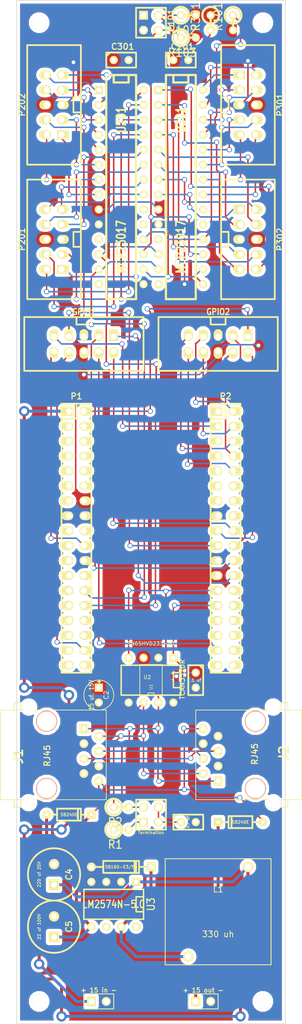
<source format=kicad_pcb>
(kicad_pcb (version 3) (host pcbnew "(22-Jun-2014 BZR 4027)-stable")
  (layers (15 F.Cu signal) (0 B.Cu signal) (18 B.Paste user) (19 F.Paste user) (20 B.SilkS user) (21 F.SilkS user hide) (22 B.Mask user) (23 F.Mask user) (28 Edge.Cuts user))
  (net 0 "")
  (net 1 +3.3V)
  (net 2 /CAN1_RX)
  (net 3 /CAN1_TX)
  (net 4 /CANH)
  (net 5 /CANL)
  (net 6 /GPIO20)
  (net 7 /GPIO23)
  (net 8 /GPIO26)
  (net 9 /GPIO27)
  (net 10 /GPIO45)
  (net 11 /GPIO46)
  (net 12 /GPIO47)
  (net 13 /GPIO48)
  (net 14 /GPIO52)
  (net 15 /GPIO57)
  (net 16 /GPIO58)
  (net 17 /GPIO59)
  (net 18 /GPIO60)
  (net 19 /GPIO64)
  (net 20 /GPIO65)
  (net 21 /GPIO87)
  (net 22 "/MCP23017 1/A0")
  (net 23 "/MCP23017 1/A1")
  (net 24 "/MCP23017 1/Reset")
  (net 25 "/MCP23017 1/SCL")
  (net 26 "/MCP23017 1/SDA")
  (net 27 "/Power Supply/12-15 Volt input")
  (net 28 "/Power Supply/5V Out")
  (net 29 GND)
  (net 30 N-00000100)
  (net 31 N-00000101)
  (net 32 N-00000104)
  (net 33 N-00000105)
  (net 34 N-00000106)
  (net 35 N-00000107)
  (net 36 N-00000108)
  (net 37 N-00000109)
  (net 38 N-0000011)
  (net 39 N-00000110)
  (net 40 N-00000111)
  (net 41 N-00000112)
  (net 42 N-00000113)
  (net 43 N-00000114)
  (net 44 N-00000115)
  (net 45 N-00000116)
  (net 46 N-00000117)
  (net 47 N-00000118)
  (net 48 N-00000119)
  (net 49 N-0000012)
  (net 50 N-00000120)
  (net 51 N-000006)
  (net 52 N-0000076)
  (net 53 N-0000077)
  (net 54 N-0000081)
  (net 55 N-0000082)
  (net 56 N-0000085)
  (net 57 N-0000086)
  (net 58 N-0000087)
  (net 59 N-0000088)
  (net 60 N-0000089)
  (net 61 N-0000090)
  (net 62 N-0000091)
  (net 63 N-0000092)
  (net 64 N-0000093)
  (net 65 N-0000094)
  (net 66 N-0000095)
  (net 67 N-0000096)
  (net 68 N-0000097)
  (net 69 N-0000098)
  (net 70 N-0000099)
  (module pin_socket_18x2 (layer F.Cu) (at 127 119.38 270)
    (fp_text reference P1 (at -24.13 0 360) (layer F.SilkS) (effects (font (size 1.016 1.016) (thickness 0.2032))))
    (fp_text value POCKETBEAGLE-P1 hide)
    (pad 1 thru_hole rect (at -21.59 1.27 270) (size 1.524 1.99898) (drill 1.00076 (offset 0 0.24892)) (layers *.Cu *.Mask F.SilkS) (net 28 "/Power Supply/5V Out"))
    (pad 2 thru_hole oval (at -21.59 -1.27 270) (size 1.524 1.99898) (drill 1.00076 (offset 0 -0.24892)) (layers *.Cu *.Mask F.SilkS) (net 21 /GPIO87))
    (pad 3 thru_hole oval (at -19.05 1.27 270) (size 1.524 1.99898) (drill 1.00076 (offset 0 0.24892)) (layers *.Cu *.Mask F.SilkS))
    (pad 4 thru_hole oval (at -19.05 -1.27 270) (size 1.524 1.99898) (drill 1.00076 (offset 0 -0.24892)) (layers *.Cu *.Mask F.SilkS))
    (pad 5 thru_hole oval (at -16.51 1.27 270) (size 1.524 1.99898) (drill 1.00076 (offset 0 0.24892)) (layers *.Cu *.Mask F.SilkS))
    (pad 6 thru_hole oval (at -16.51 -1.27 270) (size 1.524 1.99898) (drill 1.00076 (offset 0 -0.24892)) (layers *.Cu *.Mask F.SilkS))
    (pad 7 thru_hole oval (at -13.97 1.27 270) (size 1.524 1.99898) (drill 1.00076 (offset 0 0.24892)) (layers *.Cu *.Mask F.SilkS))
    (pad 8 thru_hole oval (at -13.97 -1.27 270) (size 1.524 1.99898) (drill 1.00076 (offset 0 -0.24892)) (layers *.Cu *.Mask F.SilkS))
    (pad 9 thru_hole oval (at -11.43 1.27 270) (size 1.524 1.99898) (drill 1.00076 (offset 0 0.24892)) (layers *.Cu *.Mask F.SilkS))
    (pad 10 thru_hole oval (at -11.43 -1.27 270) (size 1.524 1.99898) (drill 1.00076 (offset 0 -0.24892)) (layers *.Cu *.Mask F.SilkS))
    (pad 11 thru_hole oval (at -8.89 1.27 270) (size 1.524 1.99898) (drill 1.00076 (offset 0 0.24892)) (layers *.Cu *.Mask F.SilkS))
    (pad 12 thru_hole oval (at -8.89 -1.27 270) (size 1.524 1.99898) (drill 1.00076 (offset 0 -0.24892)) (layers *.Cu *.Mask F.SilkS))
    (pad 13 thru_hole oval (at -6.35 1.27 270) (size 1.524 1.99898) (drill 1.00076 (offset 0 0.24892)) (layers *.Cu *.Mask F.SilkS))
    (pad 14 thru_hole oval (at -6.35 -1.27 270) (size 1.524 1.99898) (drill 1.00076 (offset 0 -0.24892)) (layers *.Cu *.Mask F.SilkS) (net 1 +3.3V))
    (pad 15 thru_hole oval (at -3.81 1.27 270) (size 1.524 1.99898) (drill 1.00076 (offset 0 0.24892)) (layers *.Cu *.Mask F.SilkS) (net 29 GND))
    (pad 16 thru_hole oval (at -3.81 -1.27 270) (size 1.524 1.99898) (drill 1.00076 (offset 0 -0.24892)) (layers *.Cu *.Mask F.SilkS) (net 29 GND))
    (pad 17 thru_hole oval (at -1.27 1.27 270) (size 1.524 1.99898) (drill 1.00076 (offset 0 0.24892)) (layers *.Cu *.Mask F.SilkS))
    (pad 18 thru_hole oval (at -1.27 -1.27 270) (size 1.524 1.99898) (drill 1.00076 (offset 0 -0.24892)) (layers *.Cu *.Mask F.SilkS))
    (pad 19 thru_hole oval (at 1.27 1.27 270) (size 1.524 1.99898) (drill 1.00076 (offset 0 0.24892)) (layers *.Cu *.Mask F.SilkS))
    (pad 20 thru_hole oval (at 1.27 -1.27 270) (size 1.524 1.99898) (drill 1.00076 (offset 0 -0.24892)) (layers *.Cu *.Mask F.SilkS) (net 6 /GPIO20))
    (pad 21 thru_hole oval (at 3.81 1.27 270) (size 1.524 1.99898) (drill 1.00076 (offset 0 0.24892)) (layers *.Cu *.Mask F.SilkS))
    (pad 22 thru_hole oval (at 3.81 -1.27 270) (size 1.524 1.99898) (drill 1.00076 (offset 0 -0.24892)) (layers *.Cu *.Mask F.SilkS) (net 29 GND))
    (pad 23 thru_hole oval (at 6.35 1.27 270) (size 1.524 1.99898) (drill 1.00076 (offset 0 0.24892)) (layers *.Cu *.Mask F.SilkS))
    (pad 24 thru_hole oval (at 6.35 -1.27 270) (size 1.524 1.99898) (drill 1.00076 (offset 0 -0.24892)) (layers *.Cu *.Mask F.SilkS))
    (pad 25 thru_hole oval (at 8.89 1.27 270) (size 1.524 1.99898) (drill 1.00076 (offset 0 0.24892)) (layers *.Cu *.Mask F.SilkS))
    (pad 26 thru_hole oval (at 8.89 -1.27 270) (size 1.524 1.99898) (drill 1.00076 (offset 0 -0.24892)) (layers *.Cu *.Mask F.SilkS) (net 26 "/MCP23017 1/SDA"))
    (pad 27 thru_hole oval (at 11.43 1.27 270) (size 1.524 1.99898) (drill 1.00076 (offset 0 0.24892)) (layers *.Cu *.Mask F.SilkS))
    (pad 28 thru_hole oval (at 11.43 -1.27 270) (size 1.524 1.99898) (drill 1.00076 (offset 0 -0.24892)) (layers *.Cu *.Mask F.SilkS) (net 25 "/MCP23017 1/SCL"))
    (pad 29 thru_hole oval (at 13.97 1.27 270) (size 1.524 1.99898) (drill 1.00076 (offset 0 0.24892)) (layers *.Cu *.Mask F.SilkS))
    (pad 30 thru_hole oval (at 13.97 -1.27 270) (size 1.524 1.99898) (drill 1.00076 (offset 0 -0.24892)) (layers *.Cu *.Mask F.SilkS))
    (pad 31 thru_hole oval (at 16.51 1.27 270) (size 1.524 1.99898) (drill 1.00076 (offset 0 0.24892)) (layers *.Cu *.Mask F.SilkS))
    (pad 32 thru_hole oval (at 16.51 -1.27 270) (size 1.524 1.99898) (drill 1.00076 (offset 0 -0.24892)) (layers *.Cu *.Mask F.SilkS))
    (pad 33 thru_hole oval (at 19.05 1.27 270) (size 1.524 1.99898) (drill 1.00076 (offset 0 0.24892)) (layers *.Cu *.Mask F.SilkS))
    (pad 34 thru_hole oval (at 19.05 -1.27 270) (size 1.524 1.99898) (drill 1.00076 (offset 0 -0.24892)) (layers *.Cu *.Mask F.SilkS) (net 8 /GPIO26))
    (pad 35 thru_hole oval (at 21.59 1.27 270) (size 1.524 1.99898) (drill 1.00076 (offset 0 0.24892)) (layers *.Cu *.Mask F.SilkS))
    (pad 36 thru_hole oval (at 21.59 -1.27 270) (size 1.524 1.99898) (drill 1.00076 (offset 0 -0.24892)) (layers *.Cu *.Mask F.SilkS))
  )
  (module pin_socket_18x2 (layer F.Cu) (at 152.4 119.38 270)
    (fp_text reference P2 (at -24.13 0 360) (layer F.SilkS) (effects (font (size 1.016 1.016) (thickness 0.2032))))
    (fp_text value POCKETBEAGLE-P2 hide)
    (pad 1 thru_hole rect (at -21.59 1.27 270) (size 1.524 1.99898) (drill 1.00076 (offset 0 0.24892)) (layers *.Cu *.Mask F.SilkS))
    (pad 2 thru_hole oval (at -21.59 -1.27 270) (size 1.524 1.99898) (drill 1.00076 (offset 0 -0.24892)) (layers *.Cu *.Mask F.SilkS) (net 17 /GPIO59))
    (pad 3 thru_hole oval (at -19.05 1.27 270) (size 1.524 1.99898) (drill 1.00076 (offset 0 0.24892)) (layers *.Cu *.Mask F.SilkS) (net 7 /GPIO23))
    (pad 4 thru_hole oval (at -19.05 -1.27 270) (size 1.524 1.99898) (drill 1.00076 (offset 0 -0.24892)) (layers *.Cu *.Mask F.SilkS) (net 16 /GPIO58))
    (pad 5 thru_hole oval (at -16.51 1.27 270) (size 1.524 1.99898) (drill 1.00076 (offset 0 0.24892)) (layers *.Cu *.Mask F.SilkS))
    (pad 6 thru_hole oval (at -16.51 -1.27 270) (size 1.524 1.99898) (drill 1.00076 (offset 0 -0.24892)) (layers *.Cu *.Mask F.SilkS) (net 15 /GPIO57))
    (pad 7 thru_hole oval (at -13.97 1.27 270) (size 1.524 1.99898) (drill 1.00076 (offset 0 0.24892)) (layers *.Cu *.Mask F.SilkS))
    (pad 8 thru_hole oval (at -13.97 -1.27 270) (size 1.524 1.99898) (drill 1.00076 (offset 0 -0.24892)) (layers *.Cu *.Mask F.SilkS) (net 18 /GPIO60))
    (pad 9 thru_hole oval (at -11.43 1.27 270) (size 1.524 1.99898) (drill 1.00076 (offset 0 0.24892)) (layers *.Cu *.Mask F.SilkS))
    (pad 10 thru_hole oval (at -11.43 -1.27 270) (size 1.524 1.99898) (drill 1.00076 (offset 0 -0.24892)) (layers *.Cu *.Mask F.SilkS) (net 14 /GPIO52))
    (pad 11 thru_hole oval (at -8.89 1.27 270) (size 1.524 1.99898) (drill 1.00076 (offset 0 0.24892)) (layers *.Cu *.Mask F.SilkS))
    (pad 12 thru_hole oval (at -8.89 -1.27 270) (size 1.524 1.99898) (drill 1.00076 (offset 0 -0.24892)) (layers *.Cu *.Mask F.SilkS))
    (pad 13 thru_hole oval (at -6.35 1.27 270) (size 1.524 1.99898) (drill 1.00076 (offset 0 0.24892)) (layers *.Cu *.Mask F.SilkS))
    (pad 14 thru_hole oval (at -6.35 -1.27 270) (size 1.524 1.99898) (drill 1.00076 (offset 0 -0.24892)) (layers *.Cu *.Mask F.SilkS))
    (pad 15 thru_hole oval (at -3.81 1.27 270) (size 1.524 1.99898) (drill 1.00076 (offset 0 0.24892)) (layers *.Cu *.Mask F.SilkS) (net 29 GND))
    (pad 16 thru_hole oval (at -3.81 -1.27 270) (size 1.524 1.99898) (drill 1.00076 (offset 0 -0.24892)) (layers *.Cu *.Mask F.SilkS))
    (pad 17 thru_hole oval (at -1.27 1.27 270) (size 1.524 1.99898) (drill 1.00076 (offset 0 0.24892)) (layers *.Cu *.Mask F.SilkS) (net 20 /GPIO65))
    (pad 18 thru_hole oval (at -1.27 -1.27 270) (size 1.524 1.99898) (drill 1.00076 (offset 0 -0.24892)) (layers *.Cu *.Mask F.SilkS) (net 12 /GPIO47))
    (pad 19 thru_hole oval (at 1.27 1.27 270) (size 1.524 1.99898) (drill 1.00076 (offset 0 0.24892)) (layers *.Cu *.Mask F.SilkS) (net 9 /GPIO27))
    (pad 20 thru_hole oval (at 1.27 -1.27 270) (size 1.524 1.99898) (drill 1.00076 (offset 0 -0.24892)) (layers *.Cu *.Mask F.SilkS) (net 19 /GPIO64))
    (pad 21 thru_hole oval (at 3.81 1.27 270) (size 1.524 1.99898) (drill 1.00076 (offset 0 0.24892)) (layers *.Cu *.Mask F.SilkS) (net 29 GND))
    (pad 22 thru_hole oval (at 3.81 -1.27 270) (size 1.524 1.99898) (drill 1.00076 (offset 0 -0.24892)) (layers *.Cu *.Mask F.SilkS) (net 11 /GPIO46))
    (pad 23 thru_hole oval (at 6.35 1.27 270) (size 1.524 1.99898) (drill 1.00076 (offset 0 0.24892)) (layers *.Cu *.Mask F.SilkS) (net 1 +3.3V))
    (pad 24 thru_hole oval (at 6.35 -1.27 270) (size 1.524 1.99898) (drill 1.00076 (offset 0 -0.24892)) (layers *.Cu *.Mask F.SilkS) (net 13 /GPIO48))
    (pad 25 thru_hole oval (at 8.89 1.27 270) (size 1.524 1.99898) (drill 1.00076 (offset 0 0.24892)) (layers *.Cu *.Mask F.SilkS) (net 2 /CAN1_RX))
    (pad 26 thru_hole oval (at 8.89 -1.27 270) (size 1.524 1.99898) (drill 1.00076 (offset 0 -0.24892)) (layers *.Cu *.Mask F.SilkS))
    (pad 27 thru_hole oval (at 11.43 1.27 270) (size 1.524 1.99898) (drill 1.00076 (offset 0 0.24892)) (layers *.Cu *.Mask F.SilkS) (net 3 /CAN1_TX))
    (pad 28 thru_hole oval (at 11.43 -1.27 270) (size 1.524 1.99898) (drill 1.00076 (offset 0 -0.24892)) (layers *.Cu *.Mask F.SilkS))
    (pad 29 thru_hole oval (at 13.97 1.27 270) (size 1.524 1.99898) (drill 1.00076 (offset 0 0.24892)) (layers *.Cu *.Mask F.SilkS))
    (pad 30 thru_hole oval (at 13.97 -1.27 270) (size 1.524 1.99898) (drill 1.00076 (offset 0 -0.24892)) (layers *.Cu *.Mask F.SilkS))
    (pad 31 thru_hole oval (at 16.51 1.27 270) (size 1.524 1.99898) (drill 1.00076 (offset 0 0.24892)) (layers *.Cu *.Mask F.SilkS))
    (pad 32 thru_hole oval (at 16.51 -1.27 270) (size 1.524 1.99898) (drill 1.00076 (offset 0 -0.24892)) (layers *.Cu *.Mask F.SilkS))
    (pad 33 thru_hole oval (at 19.05 1.27 270) (size 1.524 1.99898) (drill 1.00076 (offset 0 0.24892)) (layers *.Cu *.Mask F.SilkS) (net 10 /GPIO45))
    (pad 34 thru_hole oval (at 19.05 -1.27 270) (size 1.524 1.99898) (drill 1.00076 (offset 0 -0.24892)) (layers *.Cu *.Mask F.SilkS))
    (pad 35 thru_hole oval (at 21.59 1.27 270) (size 1.524 1.99898) (drill 1.00076 (offset 0 0.24892)) (layers *.Cu *.Mask F.SilkS))
    (pad 36 thru_hole oval (at 21.59 -1.27 270) (size 1.524 1.99898) (drill 1.00076 (offset 0 -0.24892)) (layers *.Cu *.Mask F.SilkS))
  )
  (module SOIC-8_N (layer F.Cu) (at 139.7 143.51 90)
    (fp_text reference U1 (at -1.143 0 90) (layer F.SilkS) (effects (font (size 0.5 0.5) (thickness 0.075))))
    (fp_text value TCAN332DR (at 0.127 5.334 90) (layer F.SilkS) (effects (font (size 0.8 0.8))))
    (pad 8 smd rect (at -1.875 -2.7 90) (size 0.6 1.6) (layers F.Cu F.Paste F.Mask))
    (pad 1 smd rect (at -1.875 2.7 90) (size 0.6 1.6) (layers F.Cu F.Paste F.Mask) (net 3 /CAN1_TX))
    (pad 7 smd rect (at -0.625 -2.7 90) (size 0.6 1.6) (layers F.Cu F.Paste F.Mask) (net 4 /CANH))
    (pad 6 smd rect (at 0.625 -2.7 90) (size 0.6 1.6) (layers F.Cu F.Paste F.Mask) (net 5 /CANL))
    (pad 5 smd rect (at 1.875 -2.7 90) (size 0.6 1.6) (layers F.Cu F.Paste F.Mask))
    (pad 2 smd rect (at -0.625 2.7 90) (size 0.6 1.6) (layers F.Cu F.Paste F.Mask) (net 29 GND))
    (pad 3 smd rect (at 0.625 2.7 90) (size 0.6 1.6) (layers F.Cu F.Paste F.Mask) (net 1 +3.3V))
    (pad 4 smd rect (at 1.875 2.7 90) (size 0.6 1.6) (layers F.Cu F.Paste F.Mask) (net 2 /CAN1_RX))
  )
  (module ScrewTerm2.54-2 (layer F.Cu) (at 130.81 198.12)
    (fp_text reference T1 hide)
    (fp_text value "+ 15 in -" (at 0 -1.905) (layer F.SilkS) (effects (font (size 0.762 0.762) (thickness 0.1524))))
    (pad 1 thru_hole rect (at -1.27 0 90) (size 1.524 1.524) (drill 1.016) (layers *.Cu *.Mask F.SilkS) (net 55 N-0000082))
    (pad 2 thru_hole circle (at 1.27 0 90) (size 1.524 1.524) (drill 1.016) (layers *.Cu *.Mask F.SilkS) (net 29 GND))
  )
  (module ScrewTerm2.54-2 (layer F.Cu) (at 148.59 198.12)
    (fp_text reference T2 hide)
    (fp_text value "+ 15 out -" (at 0 -1.905) (layer F.SilkS) (effects (font (size 0.762 0.762) (thickness 0.1524))))
    (pad 1 thru_hole rect (at -1.27 0 90) (size 1.524 1.524) (drill 1.016) (layers *.Cu *.Mask F.SilkS) (net 54 N-0000081))
    (pad 2 thru_hole circle (at 1.27 0 90) (size 1.524 1.524) (drill 1.016) (layers *.Cu *.Mask F.SilkS) (net 29 GND))
  )
  (module RJ45_8N-S (layer F.Cu) (at 121.92 156.21 270)
    (fp_text reference J1 (at 0.254 4.826 270) (layer F.SilkS) (effects (font (size 1.524 1.524) (thickness 0.3048))))
    (fp_text value RJ45 (at 0.14224 -0.1016 270) (layer F.SilkS) (effects (font (size 1.00076 1.00076) (thickness 0.2032))))
    (pad "" np_thru_hole circle (at 5.715 0 270) (size 3.64998 3.64998) (drill 3.2512) (layers *.Cu *.SilkS *.Mask))
    (pad "" np_thru_hole circle (at -5.715 0 270) (size 3.64998 3.64998) (drill 3.2512) (layers *.Cu *.SilkS *.Mask))
    (pad 1 thru_hole rect (at -4.445 -6.35 270) (size 1.50114 1.50114) (drill 0.89916) (layers *.Cu *.Mask F.SilkS) (net 4 /CANH))
    (pad 2 thru_hole circle (at -3.175 -8.89 270) (size 1.50114 1.50114) (drill 0.89916) (layers *.Cu *.Mask F.SilkS) (net 5 /CANL))
    (pad 3 thru_hole circle (at -1.905 -6.35 270) (size 1.50114 1.50114) (drill 0.89916) (layers *.Cu *.Mask F.SilkS) (net 29 GND))
    (pad 4 thru_hole circle (at -0.635 -8.89 270) (size 1.50114 1.50114) (drill 0.89916) (layers *.Cu *.Mask F.SilkS) (net 53 N-0000077))
    (pad 5 thru_hole circle (at 0.635 -6.35 270) (size 1.50114 1.50114) (drill 0.89916) (layers *.Cu *.Mask F.SilkS) (net 52 N-0000076))
    (pad 6 thru_hole circle (at 1.905 -8.89 270) (size 1.50114 1.50114) (drill 0.89916) (layers *.Cu *.Mask F.SilkS) (net 29 GND))
    (pad 7 thru_hole circle (at 3.175 -6.35 270) (size 1.50114 1.50114) (drill 0.89916) (layers *.Cu *.Mask F.SilkS) (net 29 GND))
    (pad 8 thru_hole circle (at 4.445 -8.89 270) (size 1.50114 1.50114) (drill 0.89916) (layers *.Cu *.Mask F.SilkS) (net 27 "/Power Supply/12-15 Volt input"))
    (pad "" thru_hole circle (at -8.128 3.048 270) (size 1.9304 1.9304) (drill 1.9304) (layers *.Cu *.Mask F.SilkS))
    (pad "" thru_hole circle (at 8.128 3.048 270) (size 1.9304 1.9304) (drill 1.9304) (layers *.Cu *.Mask F.SilkS))
  )
  (module RJ45_8N-S (layer F.Cu) (at 157.48 156.21 90)
    (fp_text reference J2 (at 0.254 4.826 90) (layer F.SilkS) (effects (font (size 1.524 1.524) (thickness 0.3048))))
    (fp_text value RJ45 (at 0.14224 -0.1016 90) (layer F.SilkS) (effects (font (size 1.00076 1.00076) (thickness 0.2032))))
    (pad "" np_thru_hole circle (at 5.715 0 90) (size 3.64998 3.64998) (drill 3.2512) (layers *.Cu *.SilkS *.Mask))
    (pad "" np_thru_hole circle (at -5.715 0 90) (size 3.64998 3.64998) (drill 3.2512) (layers *.Cu *.SilkS *.Mask))
    (pad 1 thru_hole rect (at -4.445 -6.35 90) (size 1.50114 1.50114) (drill 0.89916) (layers *.Cu *.Mask F.SilkS) (net 4 /CANH))
    (pad 2 thru_hole circle (at -3.175 -8.89 90) (size 1.50114 1.50114) (drill 0.89916) (layers *.Cu *.Mask F.SilkS) (net 5 /CANL))
    (pad 3 thru_hole circle (at -1.905 -6.35 90) (size 1.50114 1.50114) (drill 0.89916) (layers *.Cu *.Mask F.SilkS) (net 29 GND))
    (pad 4 thru_hole circle (at -0.635 -8.89 90) (size 1.50114 1.50114) (drill 0.89916) (layers *.Cu *.Mask F.SilkS) (net 53 N-0000077))
    (pad 5 thru_hole circle (at 0.635 -6.35 90) (size 1.50114 1.50114) (drill 0.89916) (layers *.Cu *.Mask F.SilkS) (net 52 N-0000076))
    (pad 6 thru_hole circle (at 1.905 -8.89 90) (size 1.50114 1.50114) (drill 0.89916) (layers *.Cu *.Mask F.SilkS) (net 29 GND))
    (pad 7 thru_hole circle (at 3.175 -6.35 90) (size 1.50114 1.50114) (drill 0.89916) (layers *.Cu *.Mask F.SilkS) (net 29 GND))
    (pad 8 thru_hole circle (at 4.445 -8.89 90) (size 1.50114 1.50114) (drill 0.89916) (layers *.Cu *.Mask F.SilkS) (net 27 "/Power Supply/12-15 Volt input"))
    (pad "" thru_hole circle (at -8.128 3.048 90) (size 1.9304 1.9304) (drill 1.9304) (layers *.Cu *.Mask F.SilkS))
    (pad "" thru_hole circle (at 8.128 3.048 90) (size 1.9304 1.9304) (drill 1.9304) (layers *.Cu *.Mask F.SilkS))
  )
  (module R1 (layer F.Cu) (at 134.62 168.91)
    (fp_text reference R1 (at -1.016 2.54) (layer F.SilkS) (effects (font (size 1.397 1.27) (thickness 0.2032))))
    (fp_text value "60 Ohms" hide)
    (pad 1 thru_hole circle (at -1.27 0) (size 1.397 1.397) (drill 0.8128) (layers *.Cu *.Mask F.SilkS) (net 4 /CANH))
    (pad 2 thru_hole circle (at 1.27 0) (size 1.397 1.397) (drill 0.8128) (layers *.Cu *.Mask F.SilkS) (net 51 N-000006))
  )
  (module R1 (layer F.Cu) (at 134.62 165.1)
    (fp_text reference R2 (at -1.016 2.54) (layer F.SilkS) (effects (font (size 1.397 1.27) (thickness 0.2032))))
    (fp_text value "60 Ohms" hide)
    (pad 1 thru_hole circle (at -1.27 0) (size 1.397 1.397) (drill 0.8128) (layers *.Cu *.Mask F.SilkS) (net 5 /CANL))
    (pad 2 thru_hole circle (at 1.27 0) (size 1.397 1.397) (drill 0.8128) (layers *.Cu *.Mask F.SilkS) (net 38 N-0000011))
  )
  (module PIN_ARRAY_2X2 (layer F.Cu) (at 139.7 166.37)
    (fp_text reference JMP1 hide)
    (fp_text value Termination (at 0 3.048) (layer F.SilkS) (effects (font (size 0.508 0.508) (thickness 0.1016))))
    (pad 1 thru_hole rect (at -1.27 1.27) (size 1.524 1.524) (drill 1.016) (layers *.Cu *.Mask F.SilkS) (net 51 N-000006))
    (pad 2 thru_hole circle (at -1.27 -1.27) (size 1.524 1.524) (drill 1.016) (layers *.Cu *.Mask F.SilkS) (net 38 N-0000011))
    (pad 3 thru_hole circle (at 1.27 1.27) (size 1.524 1.524) (drill 1.016) (layers *.Cu *.Mask F.SilkS) (net 49 N-0000012))
    (pad 4 thru_hole circle (at 1.27 -1.27) (size 1.524 1.524) (drill 1.016) (layers *.Cu *.Mask F.SilkS) (net 49 N-0000012))
  )
  (module DO-35 (layer F.Cu) (at 125.73 166.37)
    (fp_text reference D1 hide)
    (fp_text value SB240E (at 0 0) (layer F.SilkS) (effects (font (size 0.508 0.508) (thickness 0.1016))))
    (pad 2 thru_hole rect (at 3.81 0) (size 1.4224 1.4224) (drill 0.6096) (layers *.Cu *.Mask F.SilkS) (net 27 "/Power Supply/12-15 Volt input"))
    (pad 1 thru_hole circle (at -3.81 0) (size 1.4224 1.4224) (drill 0.6096) (layers *.Cu *.Mask F.SilkS) (net 55 N-0000082))
  )
  (module DIP-8__300 (layer F.Cu) (at 139.7 143.51 180)
    (fp_text reference U2 (at 0.635 0.508 180) (layer F.SilkS) (effects (font (size 0.635 0.635) (thickness 0.1016))))
    (fp_text value SN65HVD233-HT (at 0 6.223 180) (layer F.SilkS) (effects (font (size 0.635 0.635) (thickness 0.1016))))
    (pad 1 thru_hole rect (at -3.81 3.81 180) (size 1.397 1.397) (drill 0.8128) (layers *.Cu *.Mask F.SilkS) (net 3 /CAN1_TX))
    (pad 2 thru_hole circle (at -1.27 3.81 180) (size 1.397 1.397) (drill 0.8128) (layers *.Cu *.Mask F.SilkS) (net 29 GND))
    (pad 3 thru_hole circle (at 1.27 3.81 180) (size 1.397 1.397) (drill 0.8128) (layers *.Cu *.Mask F.SilkS) (net 1 +3.3V))
    (pad 4 thru_hole circle (at 3.81 3.81 180) (size 1.397 1.397) (drill 0.8128) (layers *.Cu *.Mask F.SilkS) (net 2 /CAN1_RX))
    (pad 5 thru_hole circle (at 3.81 -3.81 180) (size 1.397 1.397) (drill 0.8128) (layers *.Cu *.Mask F.SilkS) (net 29 GND))
    (pad 6 thru_hole circle (at 1.27 -3.81 180) (size 1.397 1.397) (drill 0.8128) (layers *.Cu *.Mask F.SilkS) (net 5 /CANL))
    (pad 7 thru_hole circle (at -1.27 -3.81 180) (size 1.397 1.397) (drill 0.8128) (layers *.Cu *.Mask F.SilkS) (net 4 /CANH))
    (pad 8 thru_hole circle (at -3.81 -3.81 180) (size 1.397 1.397) (drill 0.8128) (layers *.Cu *.Mask F.SilkS) (net 29 GND))
  )
  (module C1V5 (layer F.Cu) (at 130.81 146.05 270)
    (fp_text reference C2 (at 0 -1.26746 270) (layer F.SilkS) (effects (font (size 0.762 0.762) (thickness 0.127))))
    (fp_text value "15 uf, 15V" (at 0 1.27 270) (layer F.SilkS) (effects (font (size 0.762 0.635) (thickness 0.127))))
    (fp_text user + (at -2.286 0 270) (layer F.SilkS) (effects (font (size 0.762 0.762) (thickness 0.2032))))
    (pad 1 thru_hole rect (at -1.27 0 270) (size 1.397 1.397) (drill 0.8128) (layers *.Cu *.Mask F.SilkS) (net 1 +3.3V))
    (pad 2 thru_hole circle (at 1.27 0 270) (size 1.397 1.397) (drill 0.8128) (layers *.Cu *.Mask F.SilkS) (net 29 GND))
  )
  (module C1 (layer F.Cu) (at 147.32 143.51 270)
    (fp_text reference C1 hide)
    (fp_text value ".1 uf" (at 0 0 360) (layer F.SilkS) (effects (font (size 0.508 0.508) (thickness 0.1016))))
    (pad 1 thru_hole circle (at -1.27 0 270) (size 1.397 1.397) (drill 0.8128) (layers *.Cu *.Mask F.SilkS) (net 1 +3.3V))
    (pad 2 thru_hole circle (at 1.27 0 270) (size 1.397 1.397) (drill 0.8128) (layers *.Cu *.Mask F.SilkS) (net 29 GND))
  )
  (module C1 (layer F.Cu) (at 146.05 167.64)
    (fp_text reference C3 hide)
    (fp_text value "47 nf" (at 0 0 90) (layer F.SilkS) (effects (font (size 0.508 0.508) (thickness 0.1016))))
    (pad 1 thru_hole circle (at -1.27 0) (size 1.397 1.397) (drill 0.8128) (layers *.Cu *.Mask F.SilkS) (net 49 N-0000012))
    (pad 2 thru_hole circle (at 1.27 0) (size 1.397 1.397) (drill 0.8128) (layers *.Cu *.Mask F.SilkS) (net 29 GND))
  )
  (module DO-35 (layer F.Cu) (at 154.94 167.64 180)
    (fp_text reference D2 hide)
    (fp_text value SB240E (at 0 0 180) (layer F.SilkS) (effects (font (size 0.508 0.508) (thickness 0.1016))))
    (pad 2 thru_hole rect (at 3.81 0 180) (size 1.4224 1.4224) (drill 0.6096) (layers *.Cu *.Mask F.SilkS) (net 54 N-0000081))
    (pad 1 thru_hole circle (at -3.81 0 180) (size 1.4224 1.4224) (drill 0.6096) (layers *.Cu *.Mask F.SilkS) (net 27 "/Power Supply/12-15 Volt input"))
  )
  (module MountingHole_2-5mm_RevA_Date21Jun2010 (layer F.Cu) (at 158.75 31.75)
    (fp_text reference MH hide)
    (fp_text value MountingHole_2-5mm_RevA_Date21Jun2010 hide)
    (pad 1 thru_hole circle (at 0 0) (size 2.49936 2.49936) (drill 2.49936) (layers))
  )
  (module MountingHole_2-5mm_RevA_Date21Jun2010 (layer F.Cu) (at 120.65 31.75)
    (fp_text reference MH hide)
    (fp_text value MountingHole_2-5mm_RevA_Date21Jun2010 hide)
    (pad 1 thru_hole circle (at 0 0) (size 2.49936 2.49936) (drill 2.49936) (layers))
  )
  (module MountingHole_2-5mm_RevA_Date21Jun2010 (layer F.Cu) (at 158.75 198.12)
    (fp_text reference MH hide)
    (fp_text value MountingHole_2-5mm_RevA_Date21Jun2010 hide)
    (pad 1 thru_hole circle (at 0 0) (size 2.49936 2.49936) (drill 2.49936) (layers))
  )
  (module MountingHole_2-5mm_RevA_Date21Jun2010 (layer F.Cu) (at 120.65 198.12)
    (fp_text reference MH hide)
    (fp_text value MountingHole_2-5mm_RevA_Date21Jun2010 hide)
    (pad 1 thru_hole circle (at 0 0) (size 2.49936 2.49936) (drill 2.49936) (layers))
  )
  (module vasch_strip_5x2 (layer F.Cu) (at 128.27 86.36 180)
    (fp_text reference H1 hide)
    (fp_text value GPIO1 (at 0 5.461 180) (layer F.SilkS) (effects (font (size 1.016 0.889) (thickness 0.2032))))
    (pad 1 thru_hole rect (at -5.08 1.27 180) (size 1.524 1.99898) (drill 1.00076 (offset 0 0.24638)) (layers *.Cu *.Mask F.SilkS) (net 13 /GPIO48))
    (pad 2 thru_hole oval (at -5.08 -1.27 180) (size 1.524 1.99898) (drill 1.00076 (offset 0 -0.24892)) (layers *.Cu *.Mask F.SilkS) (net 12 /GPIO47))
    (pad 3 thru_hole oval (at -2.54 1.27 180) (size 1.524 1.99898) (drill 1.00076 (offset 0 0.24638)) (layers *.Cu *.Mask F.SilkS) (net 11 /GPIO46))
    (pad 4 thru_hole oval (at -2.54 -1.27 180) (size 1.524 1.99898) (drill 1.00076 (offset 0 -0.24892)) (layers *.Cu *.Mask F.SilkS) (net 10 /GPIO45))
    (pad 5 thru_hole oval (at 0 1.27 180) (size 1.524 1.99898) (drill 1.00076 (offset 0 0.24638)) (layers *.Cu *.Mask F.SilkS) (net 29 GND))
    (pad 6 thru_hole oval (at 0 -1.27 180) (size 1.524 1.99898) (drill 1.00076 (offset 0 -0.24892)) (layers *.Cu *.Mask F.SilkS) (net 1 +3.3V))
    (pad 7 thru_hole oval (at 2.54 1.27 180) (size 1.524 1.99898) (drill 1.00076 (offset 0 0.24638)) (layers *.Cu *.Mask F.SilkS) (net 9 /GPIO27))
    (pad 8 thru_hole oval (at 2.54 -1.27 180) (size 1.524 1.99898) (drill 1.00076 (offset 0 -0.24892)) (layers *.Cu *.Mask F.SilkS) (net 8 /GPIO26))
    (pad 9 thru_hole oval (at 5.08 1.27 180) (size 1.524 1.99898) (drill 1.00076 (offset 0 0.24638)) (layers *.Cu *.Mask F.SilkS) (net 7 /GPIO23))
    (pad 10 thru_hole oval (at 5.08 -1.27 180) (size 1.524 1.99898) (drill 1.00076 (offset 0 -0.24892)) (layers *.Cu *.Mask F.SilkS) (net 6 /GPIO20))
  )
  (module vasch_strip_5x2 (layer F.Cu) (at 151.13 86.36 180)
    (fp_text reference H2 hide)
    (fp_text value GPIO2 (at 0 5.461 180) (layer F.SilkS) (effects (font (size 1.016 0.889) (thickness 0.2032))))
    (pad 1 thru_hole rect (at -5.08 1.27 180) (size 1.524 1.99898) (drill 1.00076 (offset 0 0.24638)) (layers *.Cu *.Mask F.SilkS) (net 21 /GPIO87))
    (pad 2 thru_hole oval (at -5.08 -1.27 180) (size 1.524 1.99898) (drill 1.00076 (offset 0 -0.24892)) (layers *.Cu *.Mask F.SilkS) (net 20 /GPIO65))
    (pad 3 thru_hole oval (at -2.54 1.27 180) (size 1.524 1.99898) (drill 1.00076 (offset 0 0.24638)) (layers *.Cu *.Mask F.SilkS) (net 19 /GPIO64))
    (pad 4 thru_hole oval (at -2.54 -1.27 180) (size 1.524 1.99898) (drill 1.00076 (offset 0 -0.24892)) (layers *.Cu *.Mask F.SilkS) (net 18 /GPIO60))
    (pad 5 thru_hole oval (at 0 1.27 180) (size 1.524 1.99898) (drill 1.00076 (offset 0 0.24638)) (layers *.Cu *.Mask F.SilkS) (net 29 GND))
    (pad 6 thru_hole oval (at 0 -1.27 180) (size 1.524 1.99898) (drill 1.00076 (offset 0 -0.24892)) (layers *.Cu *.Mask F.SilkS) (net 1 +3.3V))
    (pad 7 thru_hole oval (at 2.54 1.27 180) (size 1.524 1.99898) (drill 1.00076 (offset 0 0.24638)) (layers *.Cu *.Mask F.SilkS) (net 17 /GPIO59))
    (pad 8 thru_hole oval (at 2.54 -1.27 180) (size 1.524 1.99898) (drill 1.00076 (offset 0 -0.24892)) (layers *.Cu *.Mask F.SilkS) (net 16 /GPIO58))
    (pad 9 thru_hole oval (at 5.08 1.27 180) (size 1.524 1.99898) (drill 1.00076 (offset 0 0.24638)) (layers *.Cu *.Mask F.SilkS) (net 15 /GPIO57))
    (pad 10 thru_hole oval (at 5.08 -1.27 180) (size 1.524 1.99898) (drill 1.00076 (offset 0 -0.24892)) (layers *.Cu *.Mask F.SilkS) (net 14 /GPIO52))
  )
  (module DO-41 (layer F.Cu) (at 134.62 175.26)
    (fp_text reference D3 hide)
    (fp_text value SB160-E3/54 (at 0 0) (layer F.SilkS) (effects (font (size 0.508 0.508) (thickness 0.1016))))
    (pad 2 thru_hole rect (at 5.08 0) (size 1.524 1.524) (drill 0.889) (layers *.Cu *.Mask F.SilkS) (net 56 N-0000085))
    (pad 1 thru_hole circle (at -5.08 0) (size 1.524 1.524) (drill 0.889) (layers *.Cu *.Mask F.SilkS) (net 29 GND))
  )
  (module DIP-8__300 (layer F.Cu) (at 133.35 181.61 180)
    (fp_text reference U3 (at -6.35 0 270) (layer F.SilkS) (effects (font (size 1.27 1.143) (thickness 0.2032))))
    (fp_text value LM2574N-5.0 (at 0 0 180) (layer F.SilkS) (effects (font (size 1.27 1.016) (thickness 0.2032))))
    (pad 1 thru_hole rect (at -3.81 3.81 180) (size 1.397 1.397) (drill 0.8128) (layers *.Cu *.Mask F.SilkS) (net 28 "/Power Supply/5V Out"))
    (pad 2 thru_hole circle (at -1.27 3.81 180) (size 1.397 1.397) (drill 0.8128) (layers *.Cu *.Mask F.SilkS) (net 29 GND))
    (pad 3 thru_hole circle (at 1.27 3.81 180) (size 1.397 1.397) (drill 0.8128) (layers *.Cu *.Mask F.SilkS) (net 29 GND))
    (pad 4 thru_hole circle (at 3.81 3.81 180) (size 1.397 1.397) (drill 0.8128) (layers *.Cu *.Mask F.SilkS) (net 29 GND))
    (pad 5 thru_hole circle (at 3.81 -3.81 180) (size 1.397 1.397) (drill 0.8128) (layers *.Cu *.Mask F.SilkS) (net 27 "/Power Supply/12-15 Volt input"))
    (pad 6 thru_hole circle (at 1.27 -3.81 180) (size 1.397 1.397) (drill 0.8128) (layers *.Cu *.Mask F.SilkS))
    (pad 7 thru_hole circle (at -1.27 -3.81 180) (size 1.397 1.397) (drill 0.8128) (layers *.Cu *.Mask F.SilkS) (net 56 N-0000085))
    (pad 8 thru_hole circle (at -3.81 -3.81 180) (size 1.397 1.397) (drill 0.8128) (layers *.Cu *.Mask F.SilkS))
  )
  (module C1-3V8 (layer F.Cu) (at 123.19 176.53 90)
    (fp_text reference C4 (at 0 2.54 90) (layer F.SilkS) (effects (font (size 1.016 1.016) (thickness 0.2032))))
    (fp_text value "220 uf 25V" (at 0 -2.54 90) (layer F.SilkS) (effects (font (size 0.508 0.508) (thickness 0.1016))))
    (pad 1 thru_hole rect (at -1.75 0 90) (size 1.778 1.778) (drill 1.016) (layers *.Cu *.Mask F.SilkS) (net 28 "/Power Supply/5V Out"))
    (pad 2 thru_hole circle (at 1.75 0 90) (size 1.778 1.778) (drill 1.016) (layers *.Cu *.Mask F.SilkS) (net 29 GND))
  )
  (module C1-3V8 (layer F.Cu) (at 123.19 185.42 90)
    (fp_text reference C5 (at 0 2.54 90) (layer F.SilkS) (effects (font (size 1.016 1.016) (thickness 0.2032))))
    (fp_text value "22 uf 100V" (at 0 -2.54 90) (layer F.SilkS) (effects (font (size 0.508 0.508) (thickness 0.1016))))
    (pad 1 thru_hole rect (at -1.75 0 90) (size 1.778 1.778) (drill 1.016) (layers *.Cu *.Mask F.SilkS) (net 27 "/Power Supply/12-15 Volt input"))
    (pad 2 thru_hole circle (at 1.75 0 90) (size 1.778 1.778) (drill 1.016) (layers *.Cu *.Mask F.SilkS) (net 29 GND))
  )
  (module PE-LowProfile (layer F.Cu) (at 151.13 182.88)
    (fp_text reference L1 (at 0 -3.81) (layer F.SilkS))
    (fp_text value "330 uh" (at 0 3.81) (layer F.SilkS))
    (pad 1 thru_hole circle (at 5.08 -7.62) (size 1.78 1.78) (drill 1.14) (layers *.Cu *.Mask F.SilkS) (net 28 "/Power Supply/5V Out"))
    (pad 2 thru_hole circle (at -5.08 7.62) (size 1.78 1.78) (drill 1.14) (layers *.Cu *.Mask F.SilkS) (net 56 N-0000085))
  )
  (module vasch_strip_5x2 (layer F.Cu) (at 123.19 68.58 90)
    (fp_text reference P201 (at 0 -5.461 90) (layer F.SilkS) (effects (font (size 1.016 1.016) (thickness 0.2032))))
    (fp_text value "GPIO 3" hide)
    (pad 1 thru_hole rect (at -5.08 1.27 90) (size 1.524 1.99898) (drill 1.00076 (offset 0 0.24638)) (layers *.Cu *.Mask F.SilkS) (net 64 N-0000093))
    (pad 2 thru_hole oval (at -5.08 -1.27 90) (size 1.524 1.99898) (drill 1.00076 (offset 0 -0.24892)) (layers *.Cu *.Mask F.SilkS) (net 63 N-0000092))
    (pad 3 thru_hole oval (at -2.54 1.27 90) (size 1.524 1.99898) (drill 1.00076 (offset 0 0.24638)) (layers *.Cu *.Mask F.SilkS) (net 62 N-0000091))
    (pad 4 thru_hole oval (at -2.54 -1.27 90) (size 1.524 1.99898) (drill 1.00076 (offset 0 -0.24892)) (layers *.Cu *.Mask F.SilkS) (net 57 N-0000086))
    (pad 5 thru_hole oval (at 0 1.27 90) (size 1.524 1.99898) (drill 1.00076 (offset 0 0.24638)) (layers *.Cu *.Mask F.SilkS) (net 29 GND))
    (pad 6 thru_hole oval (at 0 -1.27 90) (size 1.524 1.99898) (drill 1.00076 (offset 0 -0.24892)) (layers *.Cu *.Mask F.SilkS) (net 1 +3.3V))
    (pad 7 thru_hole oval (at 2.54 1.27 90) (size 1.524 1.99898) (drill 1.00076 (offset 0 0.24638)) (layers *.Cu *.Mask F.SilkS) (net 61 N-0000090))
    (pad 8 thru_hole oval (at 2.54 -1.27 90) (size 1.524 1.99898) (drill 1.00076 (offset 0 -0.24892)) (layers *.Cu *.Mask F.SilkS) (net 60 N-0000089))
    (pad 9 thru_hole oval (at 5.08 1.27 90) (size 1.524 1.99898) (drill 1.00076 (offset 0 0.24638)) (layers *.Cu *.Mask F.SilkS) (net 59 N-0000088))
    (pad 10 thru_hole oval (at 5.08 -1.27 90) (size 1.524 1.99898) (drill 1.00076 (offset 0 -0.24892)) (layers *.Cu *.Mask F.SilkS) (net 58 N-0000087))
  )
  (module vasch_strip_5x2 (layer F.Cu) (at 123.19 45.72 90)
    (fp_text reference P202 (at 0 -5.461 90) (layer F.SilkS) (effects (font (size 1.016 1.016) (thickness 0.2032))))
    (fp_text value "GPIO 4" hide)
    (pad 1 thru_hole rect (at -5.08 1.27 90) (size 1.524 1.99898) (drill 1.00076 (offset 0 0.24638)) (layers *.Cu *.Mask F.SilkS) (net 31 N-00000101))
    (pad 2 thru_hole oval (at -5.08 -1.27 90) (size 1.524 1.99898) (drill 1.00076 (offset 0 -0.24892)) (layers *.Cu *.Mask F.SilkS) (net 30 N-00000100))
    (pad 3 thru_hole oval (at -2.54 1.27 90) (size 1.524 1.99898) (drill 1.00076 (offset 0 0.24638)) (layers *.Cu *.Mask F.SilkS) (net 66 N-0000095))
    (pad 4 thru_hole oval (at -2.54 -1.27 90) (size 1.524 1.99898) (drill 1.00076 (offset 0 -0.24892)) (layers *.Cu *.Mask F.SilkS) (net 65 N-0000094))
    (pad 5 thru_hole oval (at 0 1.27 90) (size 1.524 1.99898) (drill 1.00076 (offset 0 0.24638)) (layers *.Cu *.Mask F.SilkS) (net 29 GND))
    (pad 6 thru_hole oval (at 0 -1.27 90) (size 1.524 1.99898) (drill 1.00076 (offset 0 -0.24892)) (layers *.Cu *.Mask F.SilkS) (net 1 +3.3V))
    (pad 7 thru_hole oval (at 2.54 1.27 90) (size 1.524 1.99898) (drill 1.00076 (offset 0 0.24638)) (layers *.Cu *.Mask F.SilkS) (net 67 N-0000096))
    (pad 8 thru_hole oval (at 2.54 -1.27 90) (size 1.524 1.99898) (drill 1.00076 (offset 0 -0.24892)) (layers *.Cu *.Mask F.SilkS) (net 68 N-0000097))
    (pad 9 thru_hole oval (at 5.08 1.27 90) (size 1.524 1.99898) (drill 1.00076 (offset 0 0.24638)) (layers *.Cu *.Mask F.SilkS) (net 69 N-0000098))
    (pad 10 thru_hole oval (at 5.08 -1.27 90) (size 1.524 1.99898) (drill 1.00076 (offset 0 -0.24892)) (layers *.Cu *.Mask F.SilkS) (net 70 N-0000099))
  )
  (module vasch_strip_5x2 (layer F.Cu) (at 156.21 45.72 270)
    (fp_text reference P301 (at 0 -5.461 270) (layer F.SilkS) (effects (font (size 1.016 1.016) (thickness 0.2032))))
    (fp_text value "GPIO 5" hide)
    (pad 1 thru_hole rect (at -5.08 1.27 270) (size 1.524 1.99898) (drill 1.00076 (offset 0 0.24638)) (layers *.Cu *.Mask F.SilkS) (net 40 N-00000111))
    (pad 2 thru_hole oval (at -5.08 -1.27 270) (size 1.524 1.99898) (drill 1.00076 (offset 0 -0.24892)) (layers *.Cu *.Mask F.SilkS) (net 39 N-00000110))
    (pad 3 thru_hole oval (at -2.54 1.27 270) (size 1.524 1.99898) (drill 1.00076 (offset 0 0.24638)) (layers *.Cu *.Mask F.SilkS) (net 37 N-00000109))
    (pad 4 thru_hole oval (at -2.54 -1.27 270) (size 1.524 1.99898) (drill 1.00076 (offset 0 -0.24892)) (layers *.Cu *.Mask F.SilkS) (net 36 N-00000108))
    (pad 5 thru_hole oval (at 0 1.27 270) (size 1.524 1.99898) (drill 1.00076 (offset 0 0.24638)) (layers *.Cu *.Mask F.SilkS) (net 29 GND))
    (pad 6 thru_hole oval (at 0 -1.27 270) (size 1.524 1.99898) (drill 1.00076 (offset 0 -0.24892)) (layers *.Cu *.Mask F.SilkS) (net 1 +3.3V))
    (pad 7 thru_hole oval (at 2.54 1.27 270) (size 1.524 1.99898) (drill 1.00076 (offset 0 0.24638)) (layers *.Cu *.Mask F.SilkS) (net 35 N-00000107))
    (pad 8 thru_hole oval (at 2.54 -1.27 270) (size 1.524 1.99898) (drill 1.00076 (offset 0 -0.24892)) (layers *.Cu *.Mask F.SilkS) (net 34 N-00000106))
    (pad 9 thru_hole oval (at 5.08 1.27 270) (size 1.524 1.99898) (drill 1.00076 (offset 0 0.24638)) (layers *.Cu *.Mask F.SilkS) (net 33 N-00000105))
    (pad 10 thru_hole oval (at 5.08 -1.27 270) (size 1.524 1.99898) (drill 1.00076 (offset 0 -0.24892)) (layers *.Cu *.Mask F.SilkS) (net 32 N-00000104))
  )
  (module vasch_strip_5x2 (layer F.Cu) (at 156.21 68.58 270)
    (fp_text reference P302 (at 0 -5.461 270) (layer F.SilkS) (effects (font (size 1.016 1.016) (thickness 0.2032))))
    (fp_text value "GPIO 6" hide)
    (pad 1 thru_hole rect (at -5.08 1.27 270) (size 1.524 1.99898) (drill 1.00076 (offset 0 0.24638)) (layers *.Cu *.Mask F.SilkS) (net 50 N-00000120))
    (pad 2 thru_hole oval (at -5.08 -1.27 270) (size 1.524 1.99898) (drill 1.00076 (offset 0 -0.24892)) (layers *.Cu *.Mask F.SilkS) (net 48 N-00000119))
    (pad 3 thru_hole oval (at -2.54 1.27 270) (size 1.524 1.99898) (drill 1.00076 (offset 0 0.24638)) (layers *.Cu *.Mask F.SilkS) (net 43 N-00000114))
    (pad 4 thru_hole oval (at -2.54 -1.27 270) (size 1.524 1.99898) (drill 1.00076 (offset 0 -0.24892)) (layers *.Cu *.Mask F.SilkS) (net 42 N-00000113))
    (pad 5 thru_hole oval (at 0 1.27 270) (size 1.524 1.99898) (drill 1.00076 (offset 0 0.24638)) (layers *.Cu *.Mask F.SilkS) (net 29 GND))
    (pad 6 thru_hole oval (at 0 -1.27 270) (size 1.524 1.99898) (drill 1.00076 (offset 0 -0.24892)) (layers *.Cu *.Mask F.SilkS) (net 1 +3.3V))
    (pad 7 thru_hole oval (at 2.54 1.27 270) (size 1.524 1.99898) (drill 1.00076 (offset 0 0.24638)) (layers *.Cu *.Mask F.SilkS) (net 44 N-00000115))
    (pad 8 thru_hole oval (at 2.54 -1.27 270) (size 1.524 1.99898) (drill 1.00076 (offset 0 -0.24892)) (layers *.Cu *.Mask F.SilkS) (net 45 N-00000116))
    (pad 9 thru_hole oval (at 5.08 1.27 270) (size 1.524 1.99898) (drill 1.00076 (offset 0 0.24638)) (layers *.Cu *.Mask F.SilkS) (net 46 N-00000117))
    (pad 10 thru_hole oval (at 5.08 -1.27 270) (size 1.524 1.99898) (drill 1.00076 (offset 0 -0.24892)) (layers *.Cu *.Mask F.SilkS) (net 47 N-00000118))
  )
  (module R1 (layer F.Cu) (at 146.05 34.29)
    (fp_text reference R103 (at -1.016 2.54) (layer F.SilkS) (effects (font (size 1.397 1.27) (thickness 0.2032))))
    (fp_text value "10K Ohms" hide)
    (pad 1 thru_hole circle (at -1.27 0) (size 1.397 1.397) (drill 0.8128) (layers *.Cu *.Mask F.SilkS) (net 23 "/MCP23017 1/A1"))
    (pad 2 thru_hole circle (at 1.27 0) (size 1.397 1.397) (drill 0.8128) (layers *.Cu *.Mask F.SilkS) (net 1 +3.3V))
  )
  (module R1 (layer F.Cu) (at 146.05 30.48)
    (fp_text reference R102 (at -1.016 2.54) (layer F.SilkS) (effects (font (size 1.397 1.27) (thickness 0.2032))))
    (fp_text value "10K Ohms" hide)
    (pad 1 thru_hole circle (at -1.27 0) (size 1.397 1.397) (drill 0.8128) (layers *.Cu *.Mask F.SilkS) (net 22 "/MCP23017 1/A0"))
    (pad 2 thru_hole circle (at 1.27 0) (size 1.397 1.397) (drill 0.8128) (layers *.Cu *.Mask F.SilkS) (net 1 +3.3V))
  )
  (module R1 (layer F.Cu) (at 153.67 31.75 270)
    (fp_text reference R101 (at -1.016 2.54 270) (layer F.SilkS) (effects (font (size 1.397 1.27) (thickness 0.2032))))
    (fp_text value "10K Ohms" hide)
    (pad 1 thru_hole circle (at -1.27 0 270) (size 1.397 1.397) (drill 0.8128) (layers *.Cu *.Mask F.SilkS) (net 24 "/MCP23017 1/Reset"))
    (pad 2 thru_hole circle (at 1.27 0 270) (size 1.397 1.397) (drill 0.8128) (layers *.Cu *.Mask F.SilkS) (net 1 +3.3V))
  )
  (module R1 (layer F.Cu) (at 149.86 31.75 270)
    (fp_text reference R301 (at -1.016 2.54 270) (layer F.SilkS) (effects (font (size 1.397 1.27) (thickness 0.2032))))
    (fp_text value "10K Ohms" hide)
    (pad 1 thru_hole circle (at -1.27 0 270) (size 1.397 1.397) (drill 0.8128) (layers *.Cu *.Mask F.SilkS) (net 1 +3.3V))
    (pad 2 thru_hole circle (at 1.27 0 270) (size 1.397 1.397) (drill 0.8128) (layers *.Cu *.Mask F.SilkS) (net 41 N-00000112))
  )
  (module PIN_ARRAY_2X2 (layer F.Cu) (at 139.7 31.75 270)
    (fp_text reference P101 (at -0.381 -3.429 270) (layer F.SilkS) (effects (font (size 1.016 1.016) (thickness 0.2032))))
    (fp_text value "0 1" hide)
    (pad 1 thru_hole rect (at -1.27 1.27 270) (size 1.524 1.524) (drill 1.016) (layers *.Cu *.Mask F.SilkS) (net 29 GND))
    (pad 2 thru_hole circle (at -1.27 -1.27 270) (size 1.524 1.524) (drill 1.016) (layers *.Cu *.Mask F.SilkS) (net 22 "/MCP23017 1/A0"))
    (pad 3 thru_hole circle (at 1.27 1.27 270) (size 1.524 1.524) (drill 1.016) (layers *.Cu *.Mask F.SilkS) (net 29 GND))
    (pad 4 thru_hole circle (at 1.27 -1.27 270) (size 1.524 1.524) (drill 1.016) (layers *.Cu *.Mask F.SilkS) (net 23 "/MCP23017 1/A1"))
  )
  (module DIP-28__300 (layer F.Cu) (at 134.62 59.69 270)
    (fp_text reference U201 (at -11.43 0 270) (layer F.SilkS) (effects (font (size 1.524 1.143) (thickness 0.3048))))
    (fp_text value MCP23017 (at 10.16 0 270) (layer F.SilkS) (effects (font (size 1.524 1.143) (thickness 0.3048))))
    (pad 2 thru_hole circle (at -13.97 3.81 270) (size 1.397 1.397) (drill 0.8128) (layers *.Cu *.Mask F.SilkS) (net 69 N-0000098))
    (pad 3 thru_hole circle (at -11.43 3.81 270) (size 1.397 1.397) (drill 0.8128) (layers *.Cu *.Mask F.SilkS) (net 68 N-0000097))
    (pad 4 thru_hole circle (at -8.89 3.81 270) (size 1.397 1.397) (drill 0.8128) (layers *.Cu *.Mask F.SilkS) (net 67 N-0000096))
    (pad 5 thru_hole circle (at -6.35 3.81 270) (size 1.397 1.397) (drill 0.8128) (layers *.Cu *.Mask F.SilkS) (net 65 N-0000094))
    (pad 6 thru_hole circle (at -3.81 3.81 270) (size 1.397 1.397) (drill 0.8128) (layers *.Cu *.Mask F.SilkS) (net 66 N-0000095))
    (pad 7 thru_hole circle (at -1.27 3.81 270) (size 1.397 1.397) (drill 0.8128) (layers *.Cu *.Mask F.SilkS) (net 30 N-00000100))
    (pad 8 thru_hole circle (at 1.27 3.81 270) (size 1.397 1.397) (drill 0.8128) (layers *.Cu *.Mask F.SilkS) (net 31 N-00000101))
    (pad 9 thru_hole circle (at 3.81 3.81 270) (size 1.397 1.397) (drill 0.8128) (layers *.Cu *.Mask F.SilkS) (net 1 +3.3V))
    (pad 10 thru_hole circle (at 6.35 3.81 270) (size 1.397 1.397) (drill 0.8128) (layers *.Cu *.Mask F.SilkS) (net 29 GND))
    (pad 11 thru_hole circle (at 8.89 3.81 270) (size 1.397 1.397) (drill 0.8128) (layers *.Cu *.Mask F.SilkS))
    (pad 12 thru_hole circle (at 11.43 3.81 270) (size 1.397 1.397) (drill 0.8128) (layers *.Cu *.Mask F.SilkS) (net 25 "/MCP23017 1/SCL"))
    (pad 13 thru_hole circle (at 13.97 3.81 270) (size 1.397 1.397) (drill 0.8128) (layers *.Cu *.Mask F.SilkS) (net 26 "/MCP23017 1/SDA"))
    (pad 14 thru_hole circle (at 16.51 3.81 270) (size 1.397 1.397) (drill 0.8128) (layers *.Cu *.Mask F.SilkS))
    (pad 1 thru_hole rect (at -16.51 3.81 270) (size 1.397 1.397) (drill 0.8128) (layers *.Cu *.Mask F.SilkS) (net 70 N-0000099))
    (pad 15 thru_hole circle (at 16.51 -3.81 270) (size 1.397 1.397) (drill 0.8128) (layers *.Cu *.Mask F.SilkS) (net 29 GND))
    (pad 16 thru_hole circle (at 13.97 -3.81 270) (size 1.397 1.397) (drill 0.8128) (layers *.Cu *.Mask F.SilkS) (net 22 "/MCP23017 1/A0"))
    (pad 17 thru_hole circle (at 11.43 -3.81 270) (size 1.397 1.397) (drill 0.8128) (layers *.Cu *.Mask F.SilkS) (net 23 "/MCP23017 1/A1"))
    (pad 18 thru_hole circle (at 8.89 -3.81 270) (size 1.397 1.397) (drill 0.8128) (layers *.Cu *.Mask F.SilkS) (net 24 "/MCP23017 1/Reset"))
    (pad 19 thru_hole circle (at 6.35 -3.81 270) (size 1.397 1.397) (drill 0.8128) (layers *.Cu *.Mask F.SilkS))
    (pad 20 thru_hole circle (at 3.81 -3.81 270) (size 1.397 1.397) (drill 0.8128) (layers *.Cu *.Mask F.SilkS))
    (pad 21 thru_hole circle (at 1.27 -3.81 270) (size 1.397 1.397) (drill 0.8128) (layers *.Cu *.Mask F.SilkS) (net 58 N-0000087))
    (pad 22 thru_hole circle (at -1.27 -3.81 270) (size 1.397 1.397) (drill 0.8128) (layers *.Cu *.Mask F.SilkS) (net 59 N-0000088))
    (pad 23 thru_hole circle (at -3.81 -3.81 270) (size 1.397 1.397) (drill 0.8128) (layers *.Cu *.Mask F.SilkS) (net 60 N-0000089))
    (pad 24 thru_hole circle (at -6.35 -3.81 270) (size 1.397 1.397) (drill 0.8128) (layers *.Cu *.Mask F.SilkS) (net 61 N-0000090))
    (pad 25 thru_hole circle (at -8.89 -3.81 270) (size 1.397 1.397) (drill 0.8128) (layers *.Cu *.Mask F.SilkS) (net 57 N-0000086))
    (pad 26 thru_hole circle (at -11.43 -3.81 270) (size 1.397 1.397) (drill 0.8128) (layers *.Cu *.Mask F.SilkS) (net 62 N-0000091))
    (pad 27 thru_hole circle (at -13.97 -3.81 270) (size 1.397 1.397) (drill 0.8128) (layers *.Cu *.Mask F.SilkS) (net 63 N-0000092))
    (pad 28 thru_hole circle (at -16.51 -3.81 270) (size 1.397 1.397) (drill 0.8128) (layers *.Cu *.Mask F.SilkS) (net 64 N-0000093))
  )
  (module DIP-28__300 (layer F.Cu) (at 144.78 59.69 270)
    (fp_text reference U301 (at -11.43 0 270) (layer F.SilkS) (effects (font (size 1.524 1.143) (thickness 0.3048))))
    (fp_text value MCP23017 (at 10.16 0 270) (layer F.SilkS) (effects (font (size 1.524 1.143) (thickness 0.3048))))
    (pad 2 thru_hole circle (at -13.97 3.81 270) (size 1.397 1.397) (drill 0.8128) (layers *.Cu *.Mask F.SilkS) (net 46 N-00000117))
    (pad 3 thru_hole circle (at -11.43 3.81 270) (size 1.397 1.397) (drill 0.8128) (layers *.Cu *.Mask F.SilkS) (net 45 N-00000116))
    (pad 4 thru_hole circle (at -8.89 3.81 270) (size 1.397 1.397) (drill 0.8128) (layers *.Cu *.Mask F.SilkS) (net 44 N-00000115))
    (pad 5 thru_hole circle (at -6.35 3.81 270) (size 1.397 1.397) (drill 0.8128) (layers *.Cu *.Mask F.SilkS) (net 42 N-00000113))
    (pad 6 thru_hole circle (at -3.81 3.81 270) (size 1.397 1.397) (drill 0.8128) (layers *.Cu *.Mask F.SilkS) (net 43 N-00000114))
    (pad 7 thru_hole circle (at -1.27 3.81 270) (size 1.397 1.397) (drill 0.8128) (layers *.Cu *.Mask F.SilkS) (net 48 N-00000119))
    (pad 8 thru_hole circle (at 1.27 3.81 270) (size 1.397 1.397) (drill 0.8128) (layers *.Cu *.Mask F.SilkS) (net 50 N-00000120))
    (pad 9 thru_hole circle (at 3.81 3.81 270) (size 1.397 1.397) (drill 0.8128) (layers *.Cu *.Mask F.SilkS) (net 1 +3.3V))
    (pad 10 thru_hole circle (at 6.35 3.81 270) (size 1.397 1.397) (drill 0.8128) (layers *.Cu *.Mask F.SilkS) (net 29 GND))
    (pad 11 thru_hole circle (at 8.89 3.81 270) (size 1.397 1.397) (drill 0.8128) (layers *.Cu *.Mask F.SilkS))
    (pad 12 thru_hole circle (at 11.43 3.81 270) (size 1.397 1.397) (drill 0.8128) (layers *.Cu *.Mask F.SilkS) (net 25 "/MCP23017 1/SCL"))
    (pad 13 thru_hole circle (at 13.97 3.81 270) (size 1.397 1.397) (drill 0.8128) (layers *.Cu *.Mask F.SilkS) (net 26 "/MCP23017 1/SDA"))
    (pad 14 thru_hole circle (at 16.51 3.81 270) (size 1.397 1.397) (drill 0.8128) (layers *.Cu *.Mask F.SilkS))
    (pad 1 thru_hole rect (at -16.51 3.81 270) (size 1.397 1.397) (drill 0.8128) (layers *.Cu *.Mask F.SilkS) (net 47 N-00000118))
    (pad 15 thru_hole circle (at 16.51 -3.81 270) (size 1.397 1.397) (drill 0.8128) (layers *.Cu *.Mask F.SilkS) (net 41 N-00000112))
    (pad 16 thru_hole circle (at 13.97 -3.81 270) (size 1.397 1.397) (drill 0.8128) (layers *.Cu *.Mask F.SilkS) (net 22 "/MCP23017 1/A0"))
    (pad 17 thru_hole circle (at 11.43 -3.81 270) (size 1.397 1.397) (drill 0.8128) (layers *.Cu *.Mask F.SilkS) (net 23 "/MCP23017 1/A1"))
    (pad 18 thru_hole circle (at 8.89 -3.81 270) (size 1.397 1.397) (drill 0.8128) (layers *.Cu *.Mask F.SilkS) (net 24 "/MCP23017 1/Reset"))
    (pad 19 thru_hole circle (at 6.35 -3.81 270) (size 1.397 1.397) (drill 0.8128) (layers *.Cu *.Mask F.SilkS))
    (pad 20 thru_hole circle (at 3.81 -3.81 270) (size 1.397 1.397) (drill 0.8128) (layers *.Cu *.Mask F.SilkS))
    (pad 21 thru_hole circle (at 1.27 -3.81 270) (size 1.397 1.397) (drill 0.8128) (layers *.Cu *.Mask F.SilkS) (net 32 N-00000104))
    (pad 22 thru_hole circle (at -1.27 -3.81 270) (size 1.397 1.397) (drill 0.8128) (layers *.Cu *.Mask F.SilkS) (net 33 N-00000105))
    (pad 23 thru_hole circle (at -3.81 -3.81 270) (size 1.397 1.397) (drill 0.8128) (layers *.Cu *.Mask F.SilkS) (net 34 N-00000106))
    (pad 24 thru_hole circle (at -6.35 -3.81 270) (size 1.397 1.397) (drill 0.8128) (layers *.Cu *.Mask F.SilkS) (net 35 N-00000107))
    (pad 25 thru_hole circle (at -8.89 -3.81 270) (size 1.397 1.397) (drill 0.8128) (layers *.Cu *.Mask F.SilkS) (net 36 N-00000108))
    (pad 26 thru_hole circle (at -11.43 -3.81 270) (size 1.397 1.397) (drill 0.8128) (layers *.Cu *.Mask F.SilkS) (net 37 N-00000109))
    (pad 27 thru_hole circle (at -13.97 -3.81 270) (size 1.397 1.397) (drill 0.8128) (layers *.Cu *.Mask F.SilkS) (net 39 N-00000110))
    (pad 28 thru_hole circle (at -16.51 -3.81 270) (size 1.397 1.397) (drill 0.8128) (layers *.Cu *.Mask F.SilkS) (net 40 N-00000111))
  )
  (module C1 (layer F.Cu) (at 144.78 38.1)
    (fp_text reference C201 (at 0.254 -2.286) (layer F.SilkS) (effects (font (size 1.016 1.016) (thickness 0.2032))))
    (fp_text value ".1 uf" hide)
    (pad 1 thru_hole circle (at -1.27 0) (size 1.397 1.397) (drill 0.8128) (layers *.Cu *.Mask F.SilkS) (net 1 +3.3V))
    (pad 2 thru_hole circle (at 1.27 0) (size 1.397 1.397) (drill 0.8128) (layers *.Cu *.Mask F.SilkS) (net 29 GND))
  )
  (module C1 (layer F.Cu) (at 134.62 38.1)
    (fp_text reference C301 (at 0.254 -2.286) (layer F.SilkS) (effects (font (size 1.016 1.016) (thickness 0.2032))))
    (fp_text value ".1 uf" hide)
    (pad 1 thru_hole circle (at -1.27 0) (size 1.397 1.397) (drill 0.8128) (layers *.Cu *.Mask F.SilkS) (net 1 +3.3V))
    (pad 2 thru_hole circle (at 1.27 0) (size 1.397 1.397) (drill 0.8128) (layers *.Cu *.Mask F.SilkS) (net 29 GND))
  )
  (gr_line (start 162.56 27.94) (end 162.56 201.93) (angle 90) (layer Edge.Cuts) (width 0.1))
  (gr_line (start 116.84 27.94) (end 162.56 27.94) (angle 90) (layer Edge.Cuts) (width 0.1))
  (gr_line (start 116.84 201.93) (end 116.84 27.94) (angle 90) (layer Edge.Cuts) (width 0.1))
  (gr_line (start 162.56 201.93) (end 116.84 201.93) (angle 90) (layer Edge.Cuts) (width 0.1))
  (segment (start 140.97 63.5) (end 139.7 62.23) (width 0.254) (layer B.Cu) (net 1))
  (segment (start 132.334 63.5) (end 130.81 63.5) (width 0.254) (layer B.Cu) (net 1))
  (segment (start 133.604 62.23) (end 132.334 63.5) (width 0.254) (layer B.Cu) (net 1))
  (segment (start 139.7 62.23) (end 133.604 62.23) (width 0.254) (layer B.Cu) (net 1))
  (segment (start 151.13 87.63) (end 152.273 86.487) (width 0.254) (layer B.Cu) (net 1))
  (segment (start 157.353 68.58) (end 156.21 69.723) (width 0.254) (layer F.Cu) (net 1))
  (segment (start 156.21 69.723) (end 156.21 75.819) (width 0.254) (layer F.Cu) (net 1))
  (segment (start 157.353 68.58) (end 157.48 68.58) (width 0.254) (layer F.Cu) (net 1))
  (segment (start 157.099 75.819) (end 156.21 75.819) (width 0.254) (layer F.Cu) (net 1))
  (segment (start 157.988 76.708) (end 157.099 75.819) (width 0.254) (layer F.Cu) (net 1))
  (segment (start 157.988 86.614) (end 157.988 76.708) (width 0.254) (layer F.Cu) (net 1))
  (via (at 157.988 86.614) (size 0.889) (layers F.Cu B.Cu) (net 1))
  (segment (start 157.861 86.487) (end 157.988 86.614) (width 0.254) (layer B.Cu) (net 1))
  (segment (start 152.273 86.487) (end 157.861 86.487) (width 0.254) (layer B.Cu) (net 1))
  (segment (start 151.13 87.63) (end 151.13 88.392) (width 0.254) (layer B.Cu) (net 1))
  (segment (start 128.27 91.567) (end 128.27 87.63) (width 0.254) (layer F.Cu) (net 1))
  (via (at 128.27 91.567) (size 0.889) (layers F.Cu B.Cu) (net 1))
  (segment (start 147.955 91.567) (end 128.27 91.567) (width 0.254) (layer B.Cu) (net 1))
  (segment (start 151.13 88.392) (end 147.955 91.567) (width 0.254) (layer B.Cu) (net 1))
  (segment (start 128.27 113.03) (end 128.27 112.649) (width 0.254) (layer F.Cu) (net 1))
  (segment (start 126.873 89.027) (end 128.27 87.63) (width 0.254) (layer F.Cu) (net 1))
  (segment (start 126.873 111.252) (end 126.873 89.027) (width 0.254) (layer F.Cu) (net 1))
  (segment (start 128.27 112.649) (end 126.873 111.252) (width 0.254) (layer F.Cu) (net 1))
  (segment (start 142.4 142.885) (end 143.9572 142.885) (width 0.254) (layer F.Cu) (net 1))
  (segment (start 144.6022 142.24) (end 147.32 142.24) (width 0.254) (layer B.Cu) (net 1))
  (segment (start 144.018 142.8242) (end 144.6022 142.24) (width 0.254) (layer B.Cu) (net 1))
  (via (at 144.018 142.8242) (size 0.889) (layers F.Cu B.Cu) (net 1))
  (segment (start 143.9572 142.885) (end 144.018 142.8242) (width 0.254) (layer F.Cu) (net 1))
  (segment (start 142.4 141.635) (end 142.4 141.003) (width 0.254) (layer F.Cu) (net 2))
  (segment (start 142.24 128.397) (end 142.113 128.27) (width 0.254) (layer B.Cu) (net 2))
  (via (at 142.24 128.397) (size 0.889) (layers F.Cu B.Cu) (net 2))
  (segment (start 142.24 140.843) (end 142.24 128.397) (width 0.254) (layer F.Cu) (net 2))
  (segment (start 142.4 141.003) (end 142.24 140.843) (width 0.254) (layer F.Cu) (net 2))
  (segment (start 151.13 128.27) (end 142.113 128.27) (width 0.254) (layer B.Cu) (net 2))
  (segment (start 142.113 128.27) (end 135.9662 128.27) (width 0.254) (layer B.Cu) (net 2))
  (segment (start 135.89 128.2446) (end 135.89 139.7) (width 0.254) (layer F.Cu) (net 2))
  (segment (start 135.9154 128.2192) (end 135.89 128.2446) (width 0.254) (layer F.Cu) (net 2))
  (via (at 135.9154 128.2192) (size 0.889) (layers F.Cu B.Cu) (net 2))
  (segment (start 135.9662 128.27) (end 135.9154 128.2192) (width 0.254) (layer B.Cu) (net 2))
  (segment (start 143.51 139.7) (end 143.51 130.9624) (width 0.254) (layer F.Cu) (net 3))
  (segment (start 143.7132 130.81) (end 151.13 130.81) (width 0.254) (layer B.Cu) (net 3))
  (segment (start 143.6878 130.7846) (end 143.7132 130.81) (width 0.254) (layer B.Cu) (net 3))
  (via (at 143.6878 130.7846) (size 0.889) (layers F.Cu B.Cu) (net 3))
  (segment (start 143.51 130.9624) (end 143.6878 130.7846) (width 0.254) (layer F.Cu) (net 3))
  (segment (start 142.4 145.385) (end 144.6322 145.385) (width 0.254) (layer F.Cu) (net 3))
  (segment (start 145.0721 141.2621) (end 143.51 139.7) (width 0.254) (layer F.Cu) (net 3))
  (segment (start 145.0721 144.9451) (end 145.0721 141.2621) (width 0.254) (layer F.Cu) (net 3))
  (segment (start 144.6322 145.385) (end 145.0721 144.9451) (width 0.254) (layer F.Cu) (net 3))
  (via (at 136.1186 151.765) (size 0.889) (layers F.Cu B.Cu) (net 4))
  (segment (start 133.35 168.91) (end 133.35 168.783) (width 0.254) (layer F.Cu) (net 4))
  (segment (start 134.747 167.386) (end 133.35 168.783) (width 0.254) (layer F.Cu) (net 4))
  (segment (start 134.747 154.9654) (end 134.747 167.386) (width 0.254) (layer F.Cu) (net 4))
  (segment (start 136.0043 153.7081) (end 134.747 154.9654) (width 0.254) (layer F.Cu) (net 4))
  (segment (start 136.0043 151.8793) (end 136.0043 153.7081) (width 0.254) (layer F.Cu) (net 4))
  (segment (start 136.0043 151.8793) (end 136.1186 151.765) (width 0.254) (layer F.Cu) (net 4))
  (segment (start 140.8938 151.6888) (end 140.8938 160.5153) (width 0.254) (layer F.Cu) (net 4))
  (segment (start 141.0843 160.655) (end 151.13 160.655) (width 0.254) (layer B.Cu) (net 4))
  (segment (start 141.0589 160.6804) (end 141.0843 160.655) (width 0.254) (layer B.Cu) (net 4))
  (via (at 141.0589 160.6804) (size 0.889) (layers F.Cu B.Cu) (net 4))
  (segment (start 140.8938 160.5153) (end 141.0589 160.6804) (width 0.254) (layer F.Cu) (net 4))
  (segment (start 128.27 151.765) (end 136.1186 151.765) (width 0.254) (layer B.Cu) (net 4))
  (segment (start 136.1186 151.765) (end 140.8176 151.765) (width 0.254) (layer B.Cu) (net 4))
  (segment (start 140.97 151.6126) (end 140.97 147.32) (width 0.254) (layer F.Cu) (net 4))
  (segment (start 140.8938 151.6888) (end 140.97 151.6126) (width 0.254) (layer F.Cu) (net 4))
  (via (at 140.8938 151.6888) (size 0.889) (layers F.Cu B.Cu) (net 4))
  (segment (start 140.8176 151.765) (end 140.8938 151.6888) (width 0.254) (layer B.Cu) (net 4))
  (segment (start 137 144.135) (end 138.7629 144.135) (width 0.254) (layer F.Cu) (net 4))
  (segment (start 140.97 146.3421) (end 140.97 147.32) (width 0.254) (layer F.Cu) (net 4))
  (segment (start 138.7629 144.135) (end 140.97 146.3421) (width 0.254) (layer F.Cu) (net 4))
  (segment (start 133.35 165.1) (end 133.35 154.2288) (width 0.254) (layer F.Cu) (net 5))
  (segment (start 134.8232 153.0604) (end 134.8232 153.035) (width 0.254) (layer B.Cu) (net 5))
  (segment (start 134.7978 153.035) (end 134.8232 153.0604) (width 0.254) (layer B.Cu) (net 5))
  (segment (start 134.6454 153.035) (end 134.7978 153.035) (width 0.254) (layer B.Cu) (net 5))
  (segment (start 134.5946 152.9842) (end 134.6454 153.035) (width 0.254) (layer B.Cu) (net 5))
  (via (at 134.5946 152.9842) (size 0.889) (layers F.Cu B.Cu) (net 5))
  (segment (start 133.35 154.2288) (end 134.5946 152.9842) (width 0.254) (layer F.Cu) (net 5))
  (segment (start 138.43 152.9715) (end 138.43 159.3469) (width 0.254) (layer F.Cu) (net 5))
  (segment (start 138.4935 159.385) (end 148.59 159.385) (width 0.254) (layer B.Cu) (net 5))
  (segment (start 138.4808 159.3977) (end 138.4935 159.385) (width 0.254) (layer B.Cu) (net 5))
  (via (at 138.4808 159.3977) (size 0.889) (layers F.Cu B.Cu) (net 5))
  (segment (start 138.43 159.3469) (end 138.4808 159.3977) (width 0.254) (layer F.Cu) (net 5))
  (segment (start 130.81 153.035) (end 134.8232 153.035) (width 0.254) (layer B.Cu) (net 5))
  (segment (start 134.8232 153.035) (end 138.3665 153.035) (width 0.254) (layer B.Cu) (net 5))
  (segment (start 138.43 152.9715) (end 138.43 147.32) (width 0.254) (layer F.Cu) (net 5))
  (via (at 138.43 152.9715) (size 0.889) (layers F.Cu B.Cu) (net 5))
  (segment (start 138.3665 153.035) (end 138.43 152.9715) (width 0.254) (layer B.Cu) (net 5))
  (segment (start 137 142.885) (end 135.7149 142.885) (width 0.254) (layer F.Cu) (net 5))
  (segment (start 137.0076 148.7424) (end 138.43 147.32) (width 0.254) (layer F.Cu) (net 5))
  (segment (start 135.0264 148.7424) (end 137.0076 148.7424) (width 0.254) (layer F.Cu) (net 5))
  (segment (start 134.366 148.082) (end 135.0264 148.7424) (width 0.254) (layer F.Cu) (net 5))
  (segment (start 134.366 146.5834) (end 134.366 148.082) (width 0.254) (layer F.Cu) (net 5))
  (segment (start 135.2677 145.6817) (end 134.366 146.5834) (width 0.254) (layer F.Cu) (net 5))
  (segment (start 135.2677 143.3322) (end 135.2677 145.6817) (width 0.254) (layer F.Cu) (net 5))
  (segment (start 135.7149 142.885) (end 135.2677 143.3322) (width 0.254) (layer F.Cu) (net 5))
  (segment (start 122.682 119.38) (end 122.682 88.138) (width 0.254) (layer F.Cu) (net 6))
  (via (at 122.682 119.38) (size 0.889) (layers F.Cu B.Cu) (net 6))
  (segment (start 122.682 119.38) (end 127 119.38) (width 0.254) (layer B.Cu) (net 6))
  (segment (start 128.27 120.65) (end 127 119.38) (width 0.254) (layer B.Cu) (net 6))
  (segment (start 122.682 88.138) (end 123.19 87.63) (width 0.254) (layer F.Cu) (net 6))
  (segment (start 123.19 87.63) (end 123.19 87.63) (width 0.254) (layer F.Cu) (net 6))
  (segment (start 123.19 85.09) (end 124.46 86.36) (width 0.254) (layer B.Cu) (net 7))
  (segment (start 134.874 100.33) (end 151.13 100.33) (width 0.254) (layer B.Cu) (net 7))
  (via (at 134.874 100.33) (size 0.889) (layers F.Cu B.Cu) (net 7))
  (segment (start 134.874 86.487) (end 134.874 100.33) (width 0.254) (layer F.Cu) (net 7))
  (segment (start 134.747 86.36) (end 134.874 86.487) (width 0.254) (layer F.Cu) (net 7))
  (via (at 134.747 86.36) (size 0.889) (layers F.Cu B.Cu) (net 7))
  (segment (start 124.46 86.36) (end 134.747 86.36) (width 0.254) (layer B.Cu) (net 7))
  (segment (start 125.73 87.63) (end 125.73 88.265) (width 0.254) (layer F.Cu) (net 8))
  (segment (start 127 137.16) (end 128.27 138.43) (width 0.254) (layer B.Cu) (net 8))
  (segment (start 123.825 137.16) (end 127 137.16) (width 0.254) (layer B.Cu) (net 8))
  (segment (start 123.698 137.033) (end 123.825 137.16) (width 0.254) (layer B.Cu) (net 8))
  (via (at 123.698 137.033) (size 0.889) (layers F.Cu B.Cu) (net 8))
  (segment (start 123.698 90.297) (end 123.698 137.033) (width 0.254) (layer F.Cu) (net 8))
  (segment (start 125.73 88.265) (end 123.698 90.297) (width 0.254) (layer F.Cu) (net 8))
  (segment (start 125.73 85.09) (end 125.73 81.026) (width 0.254) (layer F.Cu) (net 9))
  (segment (start 136.144 120.65) (end 151.13 120.65) (width 0.254) (layer B.Cu) (net 9))
  (via (at 136.144 120.65) (size 0.889) (layers F.Cu B.Cu) (net 9))
  (segment (start 136.017 120.523) (end 136.144 120.65) (width 0.254) (layer F.Cu) (net 9))
  (segment (start 136.017 81.153) (end 136.017 120.523) (width 0.254) (layer F.Cu) (net 9))
  (segment (start 135.89 81.026) (end 136.017 81.153) (width 0.254) (layer F.Cu) (net 9))
  (via (at 135.89 81.026) (size 0.889) (layers F.Cu B.Cu) (net 9))
  (segment (start 125.73 81.026) (end 135.89 81.026) (width 0.254) (layer B.Cu) (net 9))
  (via (at 125.73 81.026) (size 0.889) (layers F.Cu B.Cu) (net 9))
  (segment (start 130.81 87.63) (end 130.81 137.033) (width 0.254) (layer F.Cu) (net 10))
  (segment (start 149.987 137.287) (end 151.13 138.43) (width 0.254) (layer B.Cu) (net 10))
  (segment (start 131.064 137.287) (end 149.987 137.287) (width 0.254) (layer B.Cu) (net 10))
  (segment (start 130.937 137.16) (end 131.064 137.287) (width 0.254) (layer B.Cu) (net 10))
  (via (at 130.937 137.16) (size 0.889) (layers F.Cu B.Cu) (net 10))
  (segment (start 130.81 137.033) (end 130.937 137.16) (width 0.254) (layer F.Cu) (net 10))
  (segment (start 130.81 85.09) (end 129.54 86.36) (width 0.254) (layer F.Cu) (net 11))
  (segment (start 153.543 123.19) (end 153.67 123.19) (width 0.254) (layer B.Cu) (net 11))
  (segment (start 152.273 124.46) (end 153.543 123.19) (width 0.254) (layer B.Cu) (net 11))
  (segment (start 129.921 124.46) (end 152.273 124.46) (width 0.254) (layer B.Cu) (net 11))
  (via (at 129.921 124.46) (size 0.889) (layers F.Cu B.Cu) (net 11))
  (segment (start 130.175 124.206) (end 129.921 124.46) (width 0.254) (layer F.Cu) (net 11))
  (segment (start 130.175 93.98) (end 130.175 124.206) (width 0.254) (layer F.Cu) (net 11))
  (segment (start 129.54 93.345) (end 130.175 93.98) (width 0.254) (layer F.Cu) (net 11))
  (segment (start 129.54 89.027) (end 129.54 93.345) (width 0.254) (layer F.Cu) (net 11))
  (segment (start 129.54 86.36) (end 129.54 89.027) (width 0.254) (layer F.Cu) (net 11))
  (segment (start 153.67 118.11) (end 152.4 116.84) (width 0.254) (layer B.Cu) (net 12))
  (segment (start 133.223 116.84) (end 133.35 116.84) (width 0.254) (layer F.Cu) (net 12))
  (via (at 133.223 116.84) (size 0.889) (layers F.Cu B.Cu) (net 12))
  (segment (start 152.4 116.84) (end 133.223 116.84) (width 0.254) (layer B.Cu) (net 12))
  (segment (start 133.35 87.63) (end 133.35 116.84) (width 0.254) (layer F.Cu) (net 12))
  (segment (start 133.35 116.84) (end 133.223 116.84) (width 0.254) (layer F.Cu) (net 12))
  (segment (start 133.35 85.09) (end 136.906 85.09) (width 0.254) (layer B.Cu) (net 13))
  (segment (start 152.4 127) (end 153.67 125.73) (width 0.254) (layer B.Cu) (net 13))
  (segment (start 138.811 127) (end 152.4 127) (width 0.254) (layer B.Cu) (net 13))
  (segment (start 137.541 125.73) (end 138.811 127) (width 0.254) (layer B.Cu) (net 13))
  (via (at 137.541 125.73) (size 0.889) (layers F.Cu B.Cu) (net 13))
  (segment (start 137.541 85.471) (end 137.541 125.73) (width 0.254) (layer F.Cu) (net 13))
  (segment (start 137.033 84.963) (end 137.541 85.471) (width 0.254) (layer F.Cu) (net 13))
  (via (at 137.033 84.963) (size 0.889) (layers F.Cu B.Cu) (net 13))
  (segment (start 136.906 85.09) (end 137.033 84.963) (width 0.254) (layer B.Cu) (net 13))
  (segment (start 153.67 107.95) (end 152.4 106.68) (width 0.254) (layer B.Cu) (net 14))
  (segment (start 146.05 106.68) (end 146.05 87.63) (width 0.254) (layer F.Cu) (net 14))
  (segment (start 145.923 106.807) (end 146.05 106.68) (width 0.254) (layer F.Cu) (net 14))
  (via (at 145.923 106.807) (size 0.889) (layers F.Cu B.Cu) (net 14))
  (segment (start 146.05 106.68) (end 145.923 106.807) (width 0.254) (layer B.Cu) (net 14))
  (segment (start 152.4 106.68) (end 146.05 106.68) (width 0.254) (layer B.Cu) (net 14))
  (segment (start 153.67 102.87) (end 152.4 104.14) (width 0.254) (layer B.Cu) (net 15))
  (segment (start 144.78 86.36) (end 146.05 85.09) (width 0.254) (layer F.Cu) (net 15))
  (segment (start 144.78 103.886) (end 144.78 86.36) (width 0.254) (layer F.Cu) (net 15))
  (segment (start 145.034 104.14) (end 144.78 103.886) (width 0.254) (layer F.Cu) (net 15))
  (via (at 145.034 104.14) (size 0.889) (layers F.Cu B.Cu) (net 15))
  (segment (start 152.4 104.14) (end 145.034 104.14) (width 0.254) (layer B.Cu) (net 15))
  (segment (start 153.67 100.33) (end 152.4 101.6) (width 0.254) (layer B.Cu) (net 16))
  (segment (start 148.59 101.6) (end 148.59 87.63) (width 0.254) (layer F.Cu) (net 16))
  (via (at 148.59 101.6) (size 0.889) (layers F.Cu B.Cu) (net 16))
  (segment (start 152.4 101.6) (end 148.59 101.6) (width 0.254) (layer B.Cu) (net 16))
  (segment (start 148.59 85.09) (end 147.447 86.233) (width 0.254) (layer F.Cu) (net 17))
  (segment (start 152.019 96.139) (end 153.67 97.79) (width 0.254) (layer B.Cu) (net 17))
  (segment (start 147.447 96.139) (end 152.019 96.139) (width 0.254) (layer B.Cu) (net 17))
  (segment (start 147.32 96.266) (end 147.447 96.139) (width 0.254) (layer B.Cu) (net 17))
  (via (at 147.32 96.266) (size 0.889) (layers F.Cu B.Cu) (net 17))
  (segment (start 147.32 89.916) (end 147.32 96.266) (width 0.254) (layer F.Cu) (net 17))
  (segment (start 147.32 86.233) (end 147.32 89.916) (width 0.254) (layer F.Cu) (net 17))
  (segment (start 147.447 86.233) (end 147.32 86.233) (width 0.254) (layer F.Cu) (net 17))
  (segment (start 153.67 105.41) (end 152.4 104.14) (width 0.254) (layer F.Cu) (net 18))
  (segment (start 152.4 88.9) (end 153.67 87.63) (width 0.254) (layer F.Cu) (net 18))
  (segment (start 152.4 104.14) (end 152.4 88.9) (width 0.254) (layer F.Cu) (net 18))
  (segment (start 153.67 85.09) (end 153.67 85.344) (width 0.254) (layer F.Cu) (net 19))
  (segment (start 154.305 120.65) (end 153.67 120.65) (width 0.254) (layer F.Cu) (net 19))
  (segment (start 155.702 119.253) (end 154.305 120.65) (width 0.254) (layer F.Cu) (net 19))
  (segment (start 155.702 96.647) (end 155.702 119.253) (width 0.254) (layer F.Cu) (net 19))
  (segment (start 154.94 95.885) (end 155.702 96.647) (width 0.254) (layer F.Cu) (net 19))
  (segment (start 154.94 86.614) (end 154.94 95.885) (width 0.254) (layer F.Cu) (net 19))
  (segment (start 153.67 85.344) (end 154.94 86.614) (width 0.254) (layer F.Cu) (net 19))
  (segment (start 156.21 87.63) (end 156.980991 88.511133) (width 0.254) (layer F.Cu) (net 20))
  (segment (start 156.980991 88.511133) (end 156.972 119.253) (width 0.254) (layer F.Cu) (net 20))
  (segment (start 152.4 119.38) (end 151.13 118.11) (width 0.254) (layer B.Cu) (net 20))
  (segment (start 156.845 119.38) (end 152.4 119.38) (width 0.254) (layer B.Cu) (net 20))
  (segment (start 156.972 119.253) (end 156.845 119.38) (width 0.254) (layer B.Cu) (net 20))
  (via (at 156.972 119.253) (size 0.889) (layers F.Cu B.Cu) (net 20))
  (segment (start 156.21 85.09) (end 156.21 80.645) (width 0.254) (layer F.Cu) (net 21))
  (segment (start 139.573 97.79) (end 128.27 97.79) (width 0.254) (layer B.Cu) (net 21))
  (via (at 139.573 97.79) (size 0.889) (layers F.Cu B.Cu) (net 21))
  (segment (start 139.573 80.899) (end 139.573 97.79) (width 0.254) (layer F.Cu) (net 21))
  (segment (start 139.065 80.391) (end 139.573 80.899) (width 0.254) (layer F.Cu) (net 21))
  (via (at 139.065 80.391) (size 0.889) (layers F.Cu B.Cu) (net 21))
  (segment (start 155.956 80.391) (end 139.065 80.391) (width 0.254) (layer B.Cu) (net 21))
  (segment (start 156.083 80.518) (end 155.956 80.391) (width 0.254) (layer B.Cu) (net 21))
  (via (at 156.083 80.518) (size 0.889) (layers F.Cu B.Cu) (net 21))
  (segment (start 156.21 80.645) (end 156.083 80.518) (width 0.254) (layer F.Cu) (net 21))
  (segment (start 148.59 73.66) (end 148.336 73.66) (width 0.254) (layer B.Cu) (net 22))
  (segment (start 147.066 74.93) (end 142.621 74.93) (width 0.254) (layer B.Cu) (net 22))
  (segment (start 148.336 73.66) (end 147.066 74.93) (width 0.254) (layer B.Cu) (net 22))
  (segment (start 144.78 30.48) (end 140.97 30.48) (width 0.254) (layer B.Cu) (net 22))
  (segment (start 138.43 73.66) (end 139.7 74.93) (width 0.254) (layer B.Cu) (net 22))
  (segment (start 142.24 31.75) (end 140.97 30.48) (width 0.254) (layer F.Cu) (net 22))
  (segment (start 142.621 74.93) (end 142.621 70.612) (width 0.254) (layer F.Cu) (net 22))
  (segment (start 142.621 70.612) (end 142.621 68.072) (width 0.254) (layer F.Cu) (net 22))
  (segment (start 142.621 68.072) (end 142.621 62.611) (width 0.254) (layer F.Cu) (net 22))
  (segment (start 142.621 62.611) (end 142.621 59.69) (width 0.254) (layer F.Cu) (net 22))
  (segment (start 142.621 59.69) (end 142.24 31.75) (width 0.254) (layer F.Cu) (net 22))
  (via (at 142.621 74.93) (size 0.889) (layers F.Cu B.Cu) (net 22))
  (segment (start 139.7 74.93) (end 142.621 74.93) (width 0.254) (layer B.Cu) (net 22))
  (segment (start 148.59 71.12) (end 146.558 70.993) (width 0.254) (layer B.Cu) (net 23))
  (via (at 139.7 64.77) (size 0.889) (layers F.Cu B.Cu) (net 23))
  (segment (start 146.177 64.77) (end 143.002 64.77) (width 0.254) (layer B.Cu) (net 23))
  (segment (start 143.002 64.77) (end 139.7 64.77) (width 0.254) (layer B.Cu) (net 23))
  (via (at 146.177 64.77) (size 0.889) (layers F.Cu B.Cu) (net 23))
  (segment (start 146.177 70.866) (end 146.177 64.77) (width 0.254) (layer F.Cu) (net 23))
  (segment (start 146.431 71.12) (end 146.177 70.866) (width 0.254) (layer F.Cu) (net 23))
  (via (at 146.431 71.12) (size 0.889) (layers F.Cu B.Cu) (net 23))
  (segment (start 146.558 70.993) (end 146.431 71.12) (width 0.254) (layer B.Cu) (net 23))
  (segment (start 140.97 33.02) (end 143.51 33.02) (width 0.254) (layer B.Cu) (net 23))
  (segment (start 143.51 33.02) (end 144.78 34.29) (width 0.254) (layer B.Cu) (net 23))
  (segment (start 138.43 71.12) (end 138.43 70.485) (width 0.254) (layer F.Cu) (net 23))
  (segment (start 139.7 34.29) (end 140.97 33.02) (width 0.254) (layer F.Cu) (net 23))
  (segment (start 139.7 69.215) (end 139.7 64.77) (width 0.254) (layer F.Cu) (net 23))
  (segment (start 139.7 64.77) (end 139.7 34.29) (width 0.254) (layer F.Cu) (net 23))
  (segment (start 138.43 70.485) (end 139.7 69.215) (width 0.254) (layer F.Cu) (net 23))
  (segment (start 149.987 51.943) (end 149.987 50.546) (width 0.254) (layer F.Cu) (net 24))
  (segment (start 149.987 67.183) (end 149.987 51.943) (width 0.254) (layer F.Cu) (net 24))
  (segment (start 148.59 68.58) (end 149.987 67.183) (width 0.254) (layer F.Cu) (net 24))
  (segment (start 154.94 31.75) (end 153.67 30.48) (width 0.254) (layer F.Cu) (net 24))
  (segment (start 154.94 34.925) (end 154.94 31.75) (width 0.254) (layer F.Cu) (net 24))
  (segment (start 154.94 35.433) (end 154.94 34.925) (width 0.254) (layer F.Cu) (net 24))
  (via (at 154.94 35.433) (size 0.889) (layers F.Cu B.Cu) (net 24))
  (segment (start 151.13 35.433) (end 154.94 35.433) (width 0.254) (layer B.Cu) (net 24))
  (segment (start 150.876 35.687) (end 151.13 35.433) (width 0.254) (layer B.Cu) (net 24))
  (via (at 150.876 35.687) (size 0.889) (layers F.Cu B.Cu) (net 24))
  (segment (start 150.876 47.625) (end 150.876 35.687) (width 0.254) (layer F.Cu) (net 24))
  (segment (start 150.622 47.879) (end 150.876 47.625) (width 0.254) (layer F.Cu) (net 24))
  (segment (start 150.622 49.911) (end 150.622 47.879) (width 0.254) (layer F.Cu) (net 24))
  (segment (start 149.987 50.546) (end 150.622 49.911) (width 0.254) (layer F.Cu) (net 24))
  (segment (start 138.43 68.58) (end 139.7 67.31) (width 0.254) (layer B.Cu) (net 24))
  (segment (start 142.621 68.58) (end 148.59 68.58) (width 0.254) (layer B.Cu) (net 24))
  (segment (start 139.7 67.31) (end 141.859 67.31) (width 0.254) (layer B.Cu) (net 24))
  (segment (start 141.859 67.31) (end 142.621 68.58) (width 0.254) (layer B.Cu) (net 24))
  (segment (start 130.81 71.12) (end 132.207 72.517) (width 0.254) (layer F.Cu) (net 25))
  (segment (start 140.462 130.81) (end 128.27 130.81) (width 0.254) (layer B.Cu) (net 25))
  (via (at 140.462 130.81) (size 0.889) (layers F.Cu B.Cu) (net 25))
  (segment (start 140.462 99.568) (end 140.462 130.81) (width 0.254) (layer F.Cu) (net 25))
  (segment (start 140.589 99.441) (end 140.462 99.568) (width 0.254) (layer F.Cu) (net 25))
  (segment (start 140.589 89.789) (end 140.589 99.441) (width 0.254) (layer F.Cu) (net 25))
  (via (at 140.589 89.789) (size 0.889) (layers F.Cu B.Cu) (net 25))
  (segment (start 132.08 89.789) (end 140.589 89.789) (width 0.254) (layer B.Cu) (net 25))
  (via (at 132.08 89.789) (size 0.889) (layers F.Cu B.Cu) (net 25))
  (segment (start 132.08 83.058) (end 132.08 89.789) (width 0.254) (layer F.Cu) (net 25))
  (segment (start 132.207 82.931) (end 132.08 83.058) (width 0.254) (layer F.Cu) (net 25))
  (segment (start 132.207 72.517) (end 132.207 82.931) (width 0.254) (layer F.Cu) (net 25))
  (segment (start 140.97 71.12) (end 139.7 69.85) (width 0.254) (layer B.Cu) (net 25))
  (segment (start 131.445 71.12) (end 130.81 71.12) (width 0.254) (layer B.Cu) (net 25))
  (segment (start 132.715 69.85) (end 131.445 71.12) (width 0.254) (layer B.Cu) (net 25))
  (segment (start 139.7 69.85) (end 132.715 69.85) (width 0.254) (layer B.Cu) (net 25))
  (segment (start 130.81 73.66) (end 129.54 74.93) (width 0.254) (layer F.Cu) (net 26))
  (segment (start 129.54 129.54) (end 128.27 128.27) (width 0.254) (layer B.Cu) (net 26))
  (segment (start 138.43 129.54) (end 129.54 129.54) (width 0.254) (layer B.Cu) (net 26))
  (segment (start 138.557 129.413) (end 138.43 129.54) (width 0.254) (layer B.Cu) (net 26))
  (via (at 138.557 129.413) (size 0.889) (layers F.Cu B.Cu) (net 26))
  (segment (start 138.557 99.06) (end 138.557 129.413) (width 0.254) (layer F.Cu) (net 26))
  (segment (start 138.557 88.773) (end 138.557 99.06) (width 0.254) (layer F.Cu) (net 26))
  (segment (start 138.557 82.931) (end 138.557 88.773) (width 0.254) (layer F.Cu) (net 26))
  (via (at 138.557 82.931) (size 0.889) (layers F.Cu B.Cu) (net 26))
  (segment (start 129.413 82.931) (end 138.557 82.931) (width 0.254) (layer B.Cu) (net 26))
  (segment (start 129.54 83.058) (end 129.413 82.931) (width 0.254) (layer B.Cu) (net 26))
  (via (at 129.54 83.058) (size 0.889) (layers F.Cu B.Cu) (net 26))
  (segment (start 129.54 74.93) (end 129.54 83.058) (width 0.254) (layer F.Cu) (net 26))
  (segment (start 130.81 73.66) (end 131.445 73.66) (width 0.254) (layer B.Cu) (net 26))
  (segment (start 139.7 72.39) (end 140.97 73.66) (width 0.254) (layer B.Cu) (net 26))
  (segment (start 132.715 72.39) (end 139.7 72.39) (width 0.254) (layer B.Cu) (net 26))
  (segment (start 131.445 73.66) (end 132.715 72.39) (width 0.254) (layer B.Cu) (net 26))
  (segment (start 129.54 185.42) (end 127 182.88) (width 0.508) (layer F.Cu) (net 27))
  (segment (start 127 168.91) (end 129.54 166.37) (width 0.508) (layer F.Cu) (net 27))
  (segment (start 127 182.88) (end 127 168.91) (width 0.508) (layer F.Cu) (net 27))
  (segment (start 123.19 187.17) (end 127.79 187.17) (width 0.508) (layer B.Cu) (net 27))
  (segment (start 127.79 187.17) (end 129.54 185.42) (width 0.508) (layer B.Cu) (net 27))
  (segment (start 145.3769 162.0901) (end 146.3294 162.0901) (width 0.254) (layer B.Cu) (net 27))
  (segment (start 158.75 167.386) (end 158.75 167.64) (width 0.254) (layer F.Cu) (net 27))
  (segment (start 154.8257 163.4617) (end 158.75 167.386) (width 0.254) (layer F.Cu) (net 27))
  (via (at 154.8257 163.4617) (size 0.889) (layers F.Cu B.Cu) (net 27))
  (segment (start 147.701 163.4617) (end 154.8257 163.4617) (width 0.254) (layer B.Cu) (net 27))
  (segment (start 146.3294 162.0901) (end 147.701 163.4617) (width 0.254) (layer B.Cu) (net 27))
  (segment (start 148.59 151.765) (end 145.3388 151.765) (width 0.254) (layer B.Cu) (net 27))
  (segment (start 132.3213 162.1663) (end 130.81 160.655) (width 0.254) (layer B.Cu) (net 27))
  (segment (start 145.3007 162.1663) (end 132.3213 162.1663) (width 0.254) (layer B.Cu) (net 27))
  (segment (start 145.3769 162.0901) (end 145.3007 162.1663) (width 0.254) (layer B.Cu) (net 27))
  (via (at 145.3769 162.0901) (size 0.889) (layers F.Cu B.Cu) (net 27))
  (segment (start 145.3769 151.8031) (end 145.3769 162.0901) (width 0.254) (layer F.Cu) (net 27))
  (segment (start 145.2626 151.6888) (end 145.3769 151.8031) (width 0.254) (layer F.Cu) (net 27))
  (via (at 145.2626 151.6888) (size 0.889) (layers F.Cu B.Cu) (net 27))
  (segment (start 145.3388 151.765) (end 145.2626 151.6888) (width 0.254) (layer B.Cu) (net 27))
  (segment (start 130.81 160.655) (end 130.81 165.1) (width 0.254) (layer F.Cu) (net 27))
  (segment (start 130.81 165.1) (end 129.54 166.37) (width 0.254) (layer F.Cu) (net 27))
  (segment (start 156.21 175.26) (end 156.21 195.58) (width 0.508) (layer F.Cu) (net 28))
  (segment (start 118.11 97.79) (end 125.73 97.79) (width 0.508) (layer B.Cu) (net 28))
  (via (at 118.11 97.79) (size 1.778) (drill 1.016) (layers F.Cu B.Cu) (net 28))
  (segment (start 118.11 144.78) (end 118.11 97.79) (width 0.508) (layer F.Cu) (net 28))
  (via (at 118.11 144.78) (size 1.778) (drill 1.016) (layers F.Cu B.Cu) (net 28))
  (segment (start 124.46 144.78) (end 118.11 144.78) (width 0.508) (layer B.Cu) (net 28))
  (segment (start 125.73 146.05) (end 124.46 144.78) (width 0.508) (layer B.Cu) (net 28))
  (via (at 125.73 146.05) (size 1.778) (drill 1.016) (layers F.Cu B.Cu) (net 28))
  (segment (start 125.73 167.64) (end 125.73 146.05) (width 0.508) (layer F.Cu) (net 28))
  (segment (start 124.46 168.91) (end 125.73 167.64) (width 0.508) (layer F.Cu) (net 28))
  (via (at 124.46 168.91) (size 1.778) (drill 1.016) (layers F.Cu B.Cu) (net 28))
  (segment (start 118.11 168.91) (end 124.46 168.91) (width 0.508) (layer B.Cu) (net 28))
  (via (at 118.11 168.91) (size 1.778) (drill 1.016) (layers F.Cu B.Cu) (net 28))
  (segment (start 118.11 194.31) (end 118.11 168.91) (width 0.508) (layer F.Cu) (net 28))
  (segment (start 123.19 194.31) (end 118.11 194.31) (width 0.508) (layer F.Cu) (net 28))
  (segment (start 124.46 195.58) (end 123.19 194.31) (width 0.508) (layer F.Cu) (net 28))
  (segment (start 124.46 200.66) (end 124.46 195.58) (width 0.508) (layer F.Cu) (net 28))
  (via (at 124.46 200.66) (size 1.778) (drill 1.016) (layers F.Cu B.Cu) (net 28))
  (segment (start 154.94 200.66) (end 124.46 200.66) (width 0.508) (layer B.Cu) (net 28))
  (via (at 154.94 200.66) (size 1.778) (drill 1.016) (layers F.Cu B.Cu) (net 28))
  (segment (start 154.94 196.85) (end 154.94 200.66) (width 0.508) (layer F.Cu) (net 28))
  (segment (start 156.21 195.58) (end 154.94 196.85) (width 0.508) (layer F.Cu) (net 28))
  (segment (start 137.16 177.8) (end 153.67 177.8) (width 0.508) (layer B.Cu) (net 28))
  (segment (start 153.67 177.8) (end 156.21 175.26) (width 0.508) (layer B.Cu) (net 28))
  (segment (start 123.19 178.28) (end 124.94 178.28) (width 0.508) (layer B.Cu) (net 28))
  (segment (start 134.62 180.34) (end 137.16 177.8) (width 0.508) (layer B.Cu) (net 28))
  (segment (start 127 180.34) (end 134.62 180.34) (width 0.508) (layer B.Cu) (net 28))
  (segment (start 124.94 178.28) (end 127 180.34) (width 0.508) (layer B.Cu) (net 28))
  (segment (start 130.81 66.04) (end 130.429 66.04) (width 0.254) (layer F.Cu) (net 29))
  (segment (start 128.27 68.199) (end 128.27 85.09) (width 0.254) (layer F.Cu) (net 29))
  (segment (start 130.429 66.04) (end 128.27 68.199) (width 0.254) (layer F.Cu) (net 29))
  (via (at 145.288 67.31) (size 0.889) (layers F.Cu B.Cu) (net 29))
  (via (at 145.415 76.2) (size 0.889) (layers F.Cu B.Cu) (net 29))
  (segment (start 145.415 76.2) (end 145.415 67.437) (width 0.254) (layer F.Cu) (net 29))
  (segment (start 145.415 67.437) (end 145.288 67.31) (width 0.254) (layer F.Cu) (net 29))
  (segment (start 154.94 68.58) (end 154.305 68.58) (width 0.254) (layer B.Cu) (net 29))
  (segment (start 142.748 66.04) (end 140.97 66.04) (width 0.254) (layer B.Cu) (net 29))
  (segment (start 144.018 67.31) (end 142.748 66.04) (width 0.254) (layer B.Cu) (net 29))
  (segment (start 153.035 67.31) (end 145.288 67.31) (width 0.254) (layer B.Cu) (net 29))
  (segment (start 145.288 67.31) (end 144.018 67.31) (width 0.254) (layer B.Cu) (net 29))
  (segment (start 154.305 68.58) (end 153.035 67.31) (width 0.254) (layer B.Cu) (net 29))
  (segment (start 124.46 45.72) (end 125.095 45.72) (width 0.254) (layer F.Cu) (net 29))
  (via (at 126.492 38.481) (size 0.889) (layers F.Cu B.Cu) (net 29))
  (segment (start 126.492 44.323) (end 126.492 38.481) (width 0.254) (layer F.Cu) (net 29))
  (segment (start 125.095 45.72) (end 126.492 44.323) (width 0.254) (layer F.Cu) (net 29))
  (segment (start 154.94 45.72) (end 156.21 44.45) (width 0.254) (layer F.Cu) (net 29))
  (segment (start 156.21 38.227) (end 156.21 38.1) (width 0.254) (layer B.Cu) (net 29))
  (via (at 156.21 38.227) (size 0.889) (layers F.Cu B.Cu) (net 29))
  (segment (start 156.21 44.45) (end 156.21 38.227) (width 0.254) (layer F.Cu) (net 29))
  (segment (start 140.97 139.7) (end 140.97 143.9037) (width 0.254) (layer F.Cu) (net 29))
  (segment (start 141.2013 144.135) (end 142.4 144.135) (width 0.254) (layer F.Cu) (net 29))
  (segment (start 140.97 143.9037) (end 141.2013 144.135) (width 0.254) (layer F.Cu) (net 29))
  (segment (start 130.81 58.42) (end 121.92 58.42) (width 0.254) (layer B.Cu) (net 30))
  (segment (start 121.92 58.42) (end 121.92 50.8) (width 0.254) (layer F.Cu) (net 30))
  (via (at 121.92 58.42) (size 0.889) (layers F.Cu B.Cu) (net 30))
  (segment (start 130.81 60.96) (end 125.73 60.96) (width 0.254) (layer B.Cu) (net 31))
  (segment (start 124.46 51.435) (end 124.46 50.8) (width 0.254) (layer F.Cu) (net 31))
  (segment (start 125.73 52.705) (end 124.46 51.435) (width 0.254) (layer F.Cu) (net 31))
  (segment (start 125.73 60.96) (end 125.73 52.705) (width 0.254) (layer F.Cu) (net 31))
  (via (at 125.73 60.96) (size 0.889) (layers F.Cu B.Cu) (net 31))
  (segment (start 157.48 50.8) (end 157.48 60.96) (width 0.254) (layer F.Cu) (net 32))
  (segment (start 157.48 60.96) (end 148.59 60.96) (width 0.254) (layer B.Cu) (net 32))
  (via (at 157.48 60.96) (size 0.889) (layers F.Cu B.Cu) (net 32))
  (segment (start 148.59 58.42) (end 154.94 58.42) (width 0.254) (layer B.Cu) (net 33))
  (segment (start 154.94 58.42) (end 154.94 50.8) (width 0.254) (layer F.Cu) (net 33))
  (via (at 154.94 58.42) (size 0.889) (layers F.Cu B.Cu) (net 33))
  (segment (start 157.48 48.26) (end 156.21 49.53) (width 0.254) (layer B.Cu) (net 34))
  (segment (start 151.765 55.88) (end 148.59 55.88) (width 0.254) (layer B.Cu) (net 34))
  (via (at 151.765 55.88) (size 0.889) (layers F.Cu B.Cu) (net 34))
  (segment (start 151.765 49.53) (end 151.765 55.88) (width 0.254) (layer F.Cu) (net 34))
  (via (at 151.765 49.53) (size 0.889) (layers F.Cu B.Cu) (net 34))
  (segment (start 156.21 49.53) (end 151.765 49.53) (width 0.254) (layer B.Cu) (net 34))
  (segment (start 154.94 48.26) (end 153.035 48.26) (width 0.254) (layer B.Cu) (net 35))
  (segment (start 153.035 53.34) (end 148.59 53.34) (width 0.254) (layer B.Cu) (net 35))
  (via (at 153.035 53.34) (size 0.889) (layers F.Cu B.Cu) (net 35))
  (segment (start 153.035 48.26) (end 153.035 53.34) (width 0.254) (layer F.Cu) (net 35))
  (via (at 153.035 48.26) (size 0.889) (layers F.Cu B.Cu) (net 35))
  (segment (start 153.035 46.99) (end 149.86 46.99) (width 0.254) (layer B.Cu) (net 36))
  (via (at 153.035 46.99) (size 0.889) (layers F.Cu B.Cu) (net 36))
  (segment (start 157.48 43.18) (end 156.21 44.45) (width 0.254) (layer B.Cu) (net 36))
  (via (at 153.035 44.45) (size 0.889) (layers F.Cu B.Cu) (net 36))
  (segment (start 153.67 44.45) (end 153.035 44.45) (width 0.254) (layer B.Cu) (net 36))
  (segment (start 156.21 44.45) (end 153.67 44.45) (width 0.254) (layer B.Cu) (net 36))
  (segment (start 153.035 44.45) (end 153.035 46.99) (width 0.254) (layer F.Cu) (net 36))
  (segment (start 149.86 49.53) (end 148.59 50.8) (width 0.254) (layer F.Cu) (net 36))
  (segment (start 149.86 46.99) (end 149.86 49.53) (width 0.254) (layer F.Cu) (net 36))
  (via (at 149.86 46.99) (size 0.889) (layers F.Cu B.Cu) (net 36))
  (segment (start 154.94 43.18) (end 151.765 43.18) (width 0.254) (layer B.Cu) (net 37))
  (segment (start 151.765 48.26) (end 148.59 48.26) (width 0.254) (layer B.Cu) (net 37))
  (via (at 151.765 48.26) (size 0.889) (layers F.Cu B.Cu) (net 37))
  (segment (start 151.765 43.18) (end 151.765 48.26) (width 0.254) (layer F.Cu) (net 37))
  (via (at 151.765 43.18) (size 0.889) (layers F.Cu B.Cu) (net 37))
  (segment (start 135.89 165.1) (end 138.43 165.1) (width 0.254) (layer B.Cu) (net 38))
  (segment (start 157.48 40.64) (end 157.48 40.005) (width 0.254) (layer B.Cu) (net 39))
  (segment (start 149.225 45.72) (end 148.59 45.72) (width 0.254) (layer F.Cu) (net 39))
  (segment (start 149.86 44.196) (end 149.225 45.72) (width 0.254) (layer F.Cu) (net 39))
  (segment (start 149.86 39.37) (end 149.86 44.196) (width 0.254) (layer F.Cu) (net 39))
  (via (at 149.86 39.37) (size 0.889) (layers F.Cu B.Cu) (net 39))
  (segment (start 156.845 39.37) (end 149.86 39.37) (width 0.254) (layer B.Cu) (net 39))
  (segment (start 157.48 40.005) (end 156.845 39.37) (width 0.254) (layer B.Cu) (net 39))
  (segment (start 148.59 43.18) (end 148.59 42.545) (width 0.254) (layer B.Cu) (net 40))
  (segment (start 150.495 40.64) (end 154.94 40.64) (width 0.254) (layer B.Cu) (net 40))
  (segment (start 148.59 42.545) (end 150.495 40.64) (width 0.254) (layer B.Cu) (net 40))
  (segment (start 147.32 62.23) (end 147.32 36.322) (width 0.254) (layer F.Cu) (net 41))
  (segment (start 148.59 76.2) (end 147.32 74.93) (width 0.254) (layer F.Cu) (net 41))
  (segment (start 147.32 74.93) (end 147.32 64.77) (width 0.254) (layer F.Cu) (net 41))
  (segment (start 147.32 62.23) (end 147.32 64.77) (width 0.254) (layer F.Cu) (net 41))
  (segment (start 149.733 33.147) (end 149.86 33.02) (width 0.254) (layer F.Cu) (net 41))
  (segment (start 149.733 33.909) (end 149.733 33.147) (width 0.254) (layer F.Cu) (net 41))
  (segment (start 148.082 35.56) (end 149.733 33.909) (width 0.254) (layer F.Cu) (net 41))
  (segment (start 147.32 36.322) (end 148.082 35.56) (width 0.254) (layer F.Cu) (net 41))
  (segment (start 157.48 66.04) (end 156.21 64.77) (width 0.254) (layer F.Cu) (net 42))
  (segment (start 142.24 54.61) (end 140.97 53.34) (width 0.254) (layer B.Cu) (net 42))
  (segment (start 156.21 54.61) (end 142.24 54.61) (width 0.254) (layer B.Cu) (net 42))
  (via (at 156.21 54.61) (size 0.889) (layers F.Cu B.Cu) (net 42))
  (segment (start 156.21 64.77) (end 156.21 54.61) (width 0.254) (layer F.Cu) (net 42))
  (segment (start 154.94 66.04) (end 153.67 66.04) (width 0.254) (layer F.Cu) (net 43))
  (segment (start 142.24 57.15) (end 140.97 55.88) (width 0.254) (layer B.Cu) (net 43))
  (segment (start 152.4 57.15) (end 142.24 57.15) (width 0.254) (layer B.Cu) (net 43))
  (via (at 152.4 57.15) (size 0.889) (layers F.Cu B.Cu) (net 43))
  (segment (start 152.4 64.77) (end 152.4 57.15) (width 0.254) (layer F.Cu) (net 43))
  (segment (start 153.67 66.04) (end 152.4 64.77) (width 0.254) (layer F.Cu) (net 43))
  (segment (start 143.51 63.5) (end 143.51 50.8) (width 0.254) (layer F.Cu) (net 44))
  (segment (start 154.305 71.12) (end 153.035 69.85) (width 0.254) (layer B.Cu) (net 44))
  (segment (start 153.035 69.85) (end 143.51 69.85) (width 0.254) (layer B.Cu) (net 44))
  (via (at 143.51 69.85) (size 0.889) (layers F.Cu B.Cu) (net 44))
  (segment (start 143.51 69.85) (end 143.51 63.5) (width 0.254) (layer F.Cu) (net 44))
  (segment (start 154.94 71.12) (end 154.305 71.12) (width 0.254) (layer B.Cu) (net 44))
  (segment (start 143.51 50.8) (end 140.97 50.8) (width 0.254) (layer B.Cu) (net 44))
  (via (at 143.51 50.8) (size 0.889) (layers F.Cu B.Cu) (net 44))
  (segment (start 157.48 71.12) (end 156.21 72.39) (width 0.254) (layer B.Cu) (net 45))
  (segment (start 144.526 48.26) (end 140.97 48.26) (width 0.254) (layer B.Cu) (net 45))
  (via (at 144.526 48.26) (size 0.889) (layers F.Cu B.Cu) (net 45))
  (segment (start 144.399 48.387) (end 144.526 48.26) (width 0.254) (layer F.Cu) (net 45))
  (segment (start 144.399 72.263) (end 144.399 48.387) (width 0.254) (layer F.Cu) (net 45))
  (segment (start 144.272 72.39) (end 144.399 72.263) (width 0.254) (layer F.Cu) (net 45))
  (via (at 144.272 72.39) (size 0.889) (layers F.Cu B.Cu) (net 45))
  (segment (start 156.21 72.39) (end 144.272 72.39) (width 0.254) (layer B.Cu) (net 45))
  (segment (start 154.94 73.66) (end 154.178 73.66) (width 0.254) (layer F.Cu) (net 46))
  (segment (start 145.288 45.72) (end 140.97 45.72) (width 0.254) (layer B.Cu) (net 46))
  (segment (start 145.415 45.847) (end 145.288 45.72) (width 0.254) (layer B.Cu) (net 46))
  (via (at 145.415 45.847) (size 0.889) (layers F.Cu B.Cu) (net 46))
  (segment (start 145.415 52.197) (end 145.415 45.847) (width 0.254) (layer F.Cu) (net 46))
  (via (at 145.415 52.197) (size 0.889) (layers F.Cu B.Cu) (net 46))
  (segment (start 150.749 52.197) (end 145.415 52.197) (width 0.254) (layer B.Cu) (net 46))
  (segment (start 150.876 52.07) (end 150.749 52.197) (width 0.254) (layer B.Cu) (net 46))
  (via (at 150.876 52.07) (size 0.889) (layers F.Cu B.Cu) (net 46))
  (segment (start 150.876 56.769) (end 150.876 52.07) (width 0.254) (layer F.Cu) (net 46))
  (segment (start 151.384 57.277) (end 150.876 56.769) (width 0.254) (layer F.Cu) (net 46))
  (segment (start 151.384 70.866) (end 151.384 57.277) (width 0.254) (layer F.Cu) (net 46))
  (segment (start 154.178 73.66) (end 151.384 70.866) (width 0.254) (layer F.Cu) (net 46))
  (segment (start 140.97 43.18) (end 146.304 43.18) (width 0.254) (layer B.Cu) (net 47))
  (segment (start 157.988 73.66) (end 157.48 73.66) (width 0.254) (layer F.Cu) (net 47))
  (segment (start 159.766 71.882) (end 157.988 73.66) (width 0.254) (layer F.Cu) (net 47))
  (segment (start 159.766 59.563) (end 159.766 71.882) (width 0.254) (layer F.Cu) (net 47))
  (via (at 159.766 59.563) (size 0.889) (layers F.Cu B.Cu) (net 47))
  (segment (start 159.639 59.69) (end 159.766 59.563) (width 0.254) (layer B.Cu) (net 47))
  (segment (start 146.558 59.69) (end 159.639 59.69) (width 0.254) (layer B.Cu) (net 47))
  (segment (start 146.431 59.563) (end 146.558 59.69) (width 0.254) (layer B.Cu) (net 47))
  (via (at 146.431 59.563) (size 0.889) (layers F.Cu B.Cu) (net 47))
  (segment (start 146.558 59.436) (end 146.431 59.563) (width 0.254) (layer F.Cu) (net 47))
  (segment (start 146.558 43.18) (end 146.558 59.436) (width 0.254) (layer F.Cu) (net 47))
  (segment (start 146.431 43.053) (end 146.558 43.18) (width 0.254) (layer F.Cu) (net 47))
  (via (at 146.431 43.053) (size 0.889) (layers F.Cu B.Cu) (net 47))
  (segment (start 146.304 43.18) (end 146.431 43.053) (width 0.254) (layer B.Cu) (net 47))
  (via (at 145.415 62.23) (size 0.889) (layers F.Cu B.Cu) (net 48))
  (segment (start 156.21 62.23) (end 145.415 62.23) (width 0.254) (layer B.Cu) (net 48))
  (segment (start 140.97 58.42) (end 145.415 58.42) (width 0.254) (layer B.Cu) (net 48))
  (segment (start 156.21 62.23) (end 157.48 63.5) (width 0.254) (layer B.Cu) (net 48))
  (via (at 145.415 58.42) (size 0.889) (layers F.Cu B.Cu) (net 48))
  (segment (start 145.415 62.23) (end 145.415 58.42) (width 0.254) (layer F.Cu) (net 48))
  (segment (start 140.97 165.1) (end 140.97 167.64) (width 0.254) (layer F.Cu) (net 49))
  (segment (start 140.97 167.64) (end 144.78 167.64) (width 0.254) (layer B.Cu) (net 49))
  (segment (start 140.97 60.96) (end 146.304 60.96) (width 0.254) (layer B.Cu) (net 50))
  (segment (start 153.67 63.5) (end 154.94 63.5) (width 0.254) (layer B.Cu) (net 50))
  (segment (start 152.4 64.77) (end 153.67 63.5) (width 0.254) (layer B.Cu) (net 50))
  (segment (start 146.304 63.119) (end 148.082 64.77) (width 0.254) (layer B.Cu) (net 50))
  (segment (start 148.082 64.77) (end 152.4 64.77) (width 0.254) (layer B.Cu) (net 50))
  (via (at 146.304 63.119) (size 0.889) (layers F.Cu B.Cu) (net 50))
  (segment (start 146.304 60.96) (end 146.304 63.119) (width 0.254) (layer F.Cu) (net 50))
  (via (at 146.304 60.96) (size 0.889) (layers F.Cu B.Cu) (net 50))
  (segment (start 138.43 167.64) (end 137.16 167.64) (width 0.254) (layer B.Cu) (net 51))
  (segment (start 137.16 167.64) (end 135.89 168.91) (width 0.254) (layer B.Cu) (net 51))
  (segment (start 146.4818 156.7688) (end 146.4818 156.5021) (width 0.254) (layer F.Cu) (net 52))
  (segment (start 146.4056 156.845) (end 146.4818 156.7688) (width 0.254) (layer B.Cu) (net 52))
  (via (at 146.4818 156.7688) (size 0.889) (layers F.Cu B.Cu) (net 52))
  (segment (start 128.27 156.845) (end 146.4056 156.845) (width 0.254) (layer B.Cu) (net 52))
  (segment (start 147.4089 155.575) (end 151.13 155.575) (width 0.254) (layer F.Cu) (net 52))
  (segment (start 146.4818 156.5021) (end 147.4089 155.575) (width 0.254) (layer F.Cu) (net 52))
  (segment (start 130.81 155.575) (end 147.32 155.575) (width 0.254) (layer B.Cu) (net 53))
  (segment (start 147.32 155.575) (end 148.59 156.845) (width 0.254) (layer B.Cu) (net 53))
  (segment (start 147.32 198.12) (end 147.32 193.04) (width 0.508) (layer F.Cu) (net 54))
  (segment (start 151.13 189.23) (end 151.13 167.64) (width 0.508) (layer F.Cu) (net 54))
  (segment (start 147.32 193.04) (end 151.13 189.23) (width 0.508) (layer F.Cu) (net 54))
  (via (at 120.65 191.77) (size 1.778) (drill 1.016) (layers F.Cu B.Cu) (net 55))
  (segment (start 121.92 171.45) (end 120.65 172.72) (width 0.508) (layer F.Cu) (net 55))
  (segment (start 120.65 172.72) (end 120.65 191.77) (width 0.508) (layer F.Cu) (net 55))
  (segment (start 121.92 166.37) (end 121.92 171.45) (width 0.508) (layer F.Cu) (net 55))
  (segment (start 127 198.12) (end 129.54 198.12) (width 0.508) (layer B.Cu) (net 55))
  (segment (start 120.65 191.77) (end 127 198.12) (width 0.508) (layer B.Cu) (net 55))
  (segment (start 139.7 175.26) (end 139.7 180.34) (width 0.508) (layer F.Cu) (net 56))
  (segment (start 139.7 180.34) (end 134.62 185.42) (width 0.508) (layer F.Cu) (net 56))
  (segment (start 134.62 185.42) (end 134.62 187.96) (width 0.508) (layer B.Cu) (net 56))
  (segment (start 137.16 190.5) (end 146.05 190.5) (width 0.508) (layer B.Cu) (net 56))
  (segment (start 134.62 187.96) (end 137.16 190.5) (width 0.508) (layer B.Cu) (net 56))
  (segment (start 138.43 50.8) (end 133.35 50.8) (width 0.254) (layer B.Cu) (net 57))
  (segment (start 123.19 72.39) (end 121.92 71.12) (width 0.254) (layer F.Cu) (net 57))
  (segment (start 123.19 80.01) (end 123.19 72.39) (width 0.254) (layer F.Cu) (net 57))
  (via (at 123.19 80.01) (size 0.889) (layers F.Cu B.Cu) (net 57))
  (segment (start 133.35 80.01) (end 123.19 80.01) (width 0.254) (layer B.Cu) (net 57))
  (via (at 133.35 80.01) (size 0.889) (layers F.Cu B.Cu) (net 57))
  (segment (start 133.35 50.8) (end 133.35 80.01) (width 0.254) (layer F.Cu) (net 57))
  (via (at 133.35 50.8) (size 0.889) (layers F.Cu B.Cu) (net 57))
  (segment (start 138.43 60.96) (end 132.842 60.833) (width 0.254) (layer B.Cu) (net 58))
  (segment (start 123.19 62.23) (end 121.92 63.5) (width 0.254) (layer B.Cu) (net 58))
  (segment (start 132.842 60.833) (end 132.08 62.23) (width 0.254) (layer B.Cu) (net 58))
  (segment (start 132.08 62.23) (end 123.19 62.23) (width 0.254) (layer B.Cu) (net 58))
  (segment (start 138.43 58.42) (end 137.16 59.69) (width 0.254) (layer B.Cu) (net 59))
  (segment (start 124.46 59.69) (end 124.46 63.5) (width 0.254) (layer F.Cu) (net 59))
  (via (at 124.46 59.69) (size 0.889) (layers F.Cu B.Cu) (net 59))
  (segment (start 137.16 59.69) (end 124.46 59.69) (width 0.254) (layer B.Cu) (net 59))
  (segment (start 138.43 55.88) (end 137.16 57.15) (width 0.254) (layer B.Cu) (net 60))
  (segment (start 123.19 64.77) (end 121.92 66.04) (width 0.254) (layer B.Cu) (net 60))
  (segment (start 127 64.77) (end 123.19 64.77) (width 0.254) (layer B.Cu) (net 60))
  (via (at 127 64.77) (size 0.889) (layers F.Cu B.Cu) (net 60))
  (segment (start 127 57.15) (end 127 64.77) (width 0.254) (layer F.Cu) (net 60))
  (via (at 127 57.15) (size 0.889) (layers F.Cu B.Cu) (net 60))
  (segment (start 137.16 57.15) (end 127 57.15) (width 0.254) (layer B.Cu) (net 60))
  (segment (start 138.43 53.34) (end 137.16 54.61) (width 0.254) (layer B.Cu) (net 61))
  (segment (start 128.27 66.04) (end 124.46 66.04) (width 0.254) (layer B.Cu) (net 61))
  (via (at 128.27 66.04) (size 0.889) (layers F.Cu B.Cu) (net 61))
  (segment (start 128.27 54.61) (end 128.27 66.04) (width 0.254) (layer F.Cu) (net 61))
  (via (at 128.27 54.61) (size 0.889) (layers F.Cu B.Cu) (net 61))
  (segment (start 137.16 54.61) (end 128.27 54.61) (width 0.254) (layer B.Cu) (net 61))
  (segment (start 138.43 48.26) (end 134.62 48.26) (width 0.254) (layer B.Cu) (net 62))
  (segment (start 125.73 71.12) (end 124.46 71.12) (width 0.254) (layer F.Cu) (net 62))
  (segment (start 127 72.39) (end 125.73 71.12) (width 0.254) (layer F.Cu) (net 62))
  (segment (start 127 78.74) (end 127 72.39) (width 0.254) (layer F.Cu) (net 62))
  (via (at 127 78.74) (size 0.889) (layers F.Cu B.Cu) (net 62))
  (segment (start 134.62 78.74) (end 127 78.74) (width 0.254) (layer B.Cu) (net 62))
  (via (at 134.62 78.74) (size 0.889) (layers F.Cu B.Cu) (net 62))
  (segment (start 134.62 48.26) (end 134.62 78.74) (width 0.254) (layer F.Cu) (net 62))
  (via (at 134.62 48.26) (size 0.889) (layers F.Cu B.Cu) (net 62))
  (segment (start 138.43 45.72) (end 135.89 45.72) (width 0.254) (layer B.Cu) (net 63))
  (segment (start 121.92 77.47) (end 121.92 73.66) (width 0.254) (layer F.Cu) (net 63))
  (via (at 121.92 77.47) (size 0.889) (layers F.Cu B.Cu) (net 63))
  (segment (start 135.89 77.47) (end 121.92 77.47) (width 0.254) (layer B.Cu) (net 63))
  (via (at 135.89 77.47) (size 0.889) (layers F.Cu B.Cu) (net 63))
  (segment (start 135.89 45.72) (end 135.89 77.47) (width 0.254) (layer F.Cu) (net 63))
  (via (at 135.89 45.72) (size 0.889) (layers F.Cu B.Cu) (net 63))
  (segment (start 138.43 43.18) (end 137.16 44.45) (width 0.254) (layer F.Cu) (net 64))
  (segment (start 125.095 73.66) (end 124.46 73.66) (width 0.254) (layer B.Cu) (net 64))
  (segment (start 126.365 74.93) (end 125.095 73.66) (width 0.254) (layer B.Cu) (net 64))
  (segment (start 137.16 74.93) (end 126.365 74.93) (width 0.254) (layer B.Cu) (net 64))
  (via (at 137.16 74.93) (size 0.889) (layers F.Cu B.Cu) (net 64))
  (segment (start 137.16 44.45) (end 137.16 74.93) (width 0.254) (layer F.Cu) (net 64))
  (segment (start 130.81 53.34) (end 128.27 50.8) (width 0.254) (layer F.Cu) (net 65))
  (segment (start 123.19 49.53) (end 121.92 48.26) (width 0.254) (layer B.Cu) (net 65))
  (segment (start 128.27 49.53) (end 123.19 49.53) (width 0.254) (layer B.Cu) (net 65))
  (via (at 128.27 49.53) (size 0.889) (layers F.Cu B.Cu) (net 65))
  (segment (start 128.27 50.8) (end 128.27 49.53) (width 0.254) (layer F.Cu) (net 65))
  (segment (start 124.46 48.26) (end 127 48.26) (width 0.254) (layer B.Cu) (net 66))
  (segment (start 127 55.88) (end 130.81 55.88) (width 0.254) (layer B.Cu) (net 66))
  (via (at 127 55.88) (size 0.889) (layers F.Cu B.Cu) (net 66))
  (segment (start 127 48.26) (end 127 55.88) (width 0.254) (layer F.Cu) (net 66))
  (via (at 127 48.26) (size 0.889) (layers F.Cu B.Cu) (net 66))
  (segment (start 124.46 43.18) (end 128.905 43.18) (width 0.254) (layer B.Cu) (net 67))
  (segment (start 129.54 49.53) (end 130.81 50.8) (width 0.254) (layer F.Cu) (net 67))
  (segment (start 129.54 43.815) (end 129.54 49.53) (width 0.254) (layer F.Cu) (net 67))
  (segment (start 128.905 43.18) (end 129.54 43.815) (width 0.254) (layer F.Cu) (net 67))
  (via (at 128.905 43.18) (size 0.889) (layers F.Cu B.Cu) (net 67))
  (segment (start 130.81 48.26) (end 128.27 48.26) (width 0.254) (layer B.Cu) (net 68))
  (segment (start 123.19 44.45) (end 121.92 43.18) (width 0.254) (layer B.Cu) (net 68))
  (segment (start 128.27 44.45) (end 123.19 44.45) (width 0.254) (layer B.Cu) (net 68))
  (via (at 128.27 44.45) (size 0.889) (layers F.Cu B.Cu) (net 68))
  (segment (start 128.27 48.26) (end 128.27 44.45) (width 0.254) (layer F.Cu) (net 68))
  (via (at 128.27 48.26) (size 0.889) (layers F.Cu B.Cu) (net 68))
  (segment (start 124.46 40.64) (end 132.08 40.64) (width 0.254) (layer B.Cu) (net 69))
  (segment (start 132.08 44.45) (end 130.81 45.72) (width 0.254) (layer F.Cu) (net 69))
  (segment (start 132.08 40.64) (end 132.08 44.45) (width 0.254) (layer F.Cu) (net 69))
  (via (at 132.08 40.64) (size 0.889) (layers F.Cu B.Cu) (net 69))
  (segment (start 130.81 43.18) (end 130.175 43.18) (width 0.254) (layer B.Cu) (net 70))
  (segment (start 123.19 41.91) (end 121.92 40.64) (width 0.254) (layer B.Cu) (net 70))
  (segment (start 128.905 41.91) (end 123.19 41.91) (width 0.254) (layer B.Cu) (net 70))
  (segment (start 130.175 43.18) (end 128.905 41.91) (width 0.254) (layer B.Cu) (net 70))
  (zone (net 29) (net_name GND) (layer B.Cu) (connect_pads yes (clearance 0.508)) (min_thickness 0.254) (fill (arc_segments 16) (thermal_gap 0.508) (thermal_bridge_width 0.508))
    (polygon (pts (xy 116.84 27.94) (xy 162.56 27.94) (xy 162.56 201.93) (xy 116.84 201.93)))
  )
  (zone (net 1) (net_name +3.3V) (layer F.Cu) (connect_pads yes (clearance 0.508)) (min_thickness 0.254) (fill (arc_segments 16) (thermal_gap 0.508) (thermal_bridge_width 0.508))
    (polygon (pts (xy 162.56 201.93) (xy 162.56 27.94) (xy 116.84 27.94) (xy 116.84 201.93)))
  )
)
</source>
